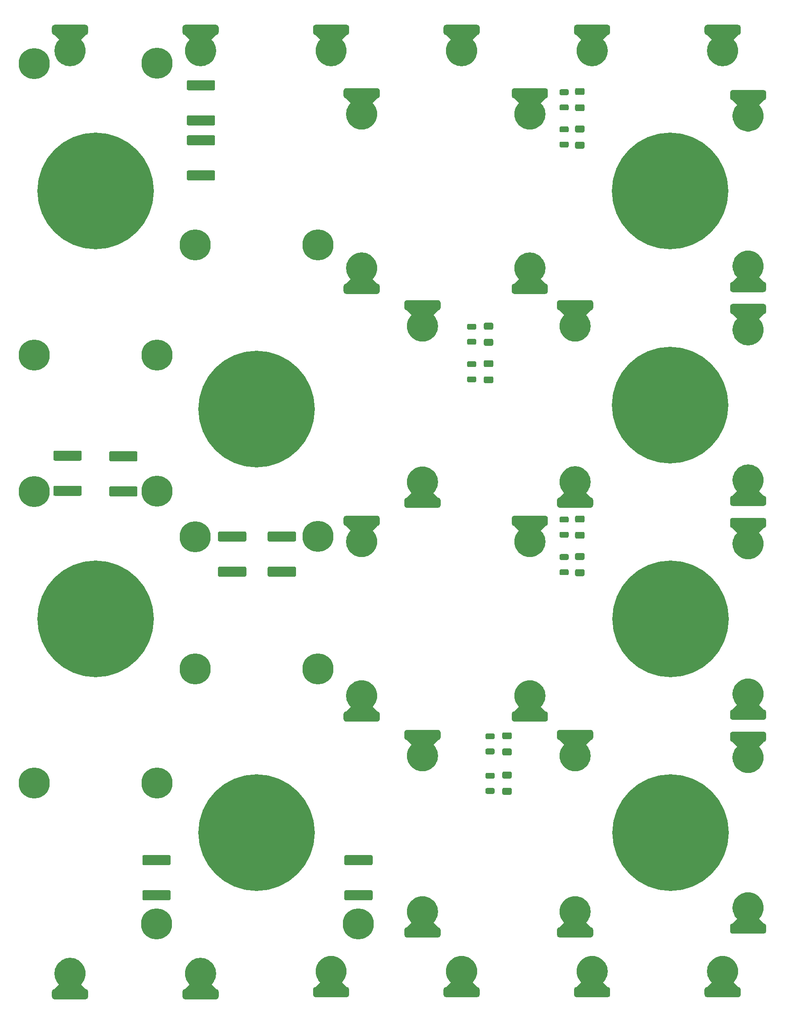
<source format=gbr>
%TF.GenerationSoftware,KiCad,Pcbnew,(5.1.9)-1*%
%TF.CreationDate,2021-11-07T02:37:45+01:00*%
%TF.ProjectId,SwitchBox,53776974-6368-4426-9f78-2e6b69636164,rev?*%
%TF.SameCoordinates,Original*%
%TF.FileFunction,Soldermask,Top*%
%TF.FilePolarity,Negative*%
%FSLAX46Y46*%
G04 Gerber Fmt 4.6, Leading zero omitted, Abs format (unit mm)*
G04 Created by KiCad (PCBNEW (5.1.9)-1) date 2021-11-07 02:37:45*
%MOMM*%
%LPD*%
G01*
G04 APERTURE LIST*
%ADD10C,6.000000*%
%ADD11C,22.500000*%
%ADD12C,0.100000*%
G04 APERTURE END LIST*
D10*
%TO.C,SW1*%
X60120000Y-96280000D03*
X60100000Y-40010000D03*
X36400000Y-40040000D03*
X36420000Y-96260000D03*
D11*
X48260000Y-64650000D03*
%TD*%
%TO.C,D4*%
X159250000Y-188420000D03*
%TD*%
%TO.C,D3*%
X159230000Y-147163332D03*
%TD*%
%TO.C,D2*%
X159190000Y-105906666D03*
%TD*%
%TO.C,D1*%
X159190000Y-64650000D03*
%TD*%
D12*
%TO.C,BLACK*%
G36*
X111790191Y-117802470D02*
G01*
X112078941Y-117859906D01*
X112360670Y-117945368D01*
X112632665Y-118058032D01*
X112892308Y-118196814D01*
X113137098Y-118360377D01*
X113364677Y-118547147D01*
X113572853Y-118755323D01*
X113759623Y-118982902D01*
X113923186Y-119227692D01*
X114061968Y-119487335D01*
X114174632Y-119759330D01*
X114260094Y-120041059D01*
X114317530Y-120329809D01*
X114346386Y-120622797D01*
X114346386Y-120917203D01*
X114317530Y-121210191D01*
X114260094Y-121498941D01*
X114174632Y-121780670D01*
X114061968Y-122052665D01*
X113923186Y-122312308D01*
X113759623Y-122557098D01*
X113572853Y-122784677D01*
X113468765Y-122888765D01*
X114350000Y-123770000D01*
X108350000Y-123770000D01*
X109231235Y-122888765D01*
X109127147Y-122784677D01*
X108940377Y-122557098D01*
X108776814Y-122312308D01*
X108638032Y-122052665D01*
X108525368Y-121780670D01*
X108439906Y-121498941D01*
X108382470Y-121210191D01*
X108353614Y-120917203D01*
X108353614Y-120622797D01*
X108382470Y-120329809D01*
X108439906Y-120041059D01*
X108525368Y-119759330D01*
X108638032Y-119487335D01*
X108776814Y-119227692D01*
X108940377Y-118982902D01*
X109127147Y-118755323D01*
X109335323Y-118547147D01*
X109562902Y-118360377D01*
X109807692Y-118196814D01*
X110067335Y-118058032D01*
X110339330Y-117945368D01*
X110621059Y-117859906D01*
X110909809Y-117802470D01*
X111202797Y-117773614D01*
X111497203Y-117773614D01*
X111790191Y-117802470D01*
G37*
G36*
G01*
X108350000Y-123770000D02*
X114350000Y-123770000D01*
G75*
G02*
X114850000Y-124270000I0J-500000D01*
G01*
X114850000Y-125270000D01*
G75*
G02*
X114350000Y-125770000I-500000J0D01*
G01*
X108350000Y-125770000D01*
G75*
G02*
X107850000Y-125270000I0J500000D01*
G01*
X107850000Y-124270000D01*
G75*
G02*
X108350000Y-123770000I500000J0D01*
G01*
G37*
%TD*%
%TO.C,BLACK*%
G36*
X99169809Y-135237530D02*
G01*
X98881059Y-135180094D01*
X98599330Y-135094632D01*
X98327335Y-134981968D01*
X98067692Y-134843186D01*
X97822902Y-134679623D01*
X97595323Y-134492853D01*
X97387147Y-134284677D01*
X97200377Y-134057098D01*
X97036814Y-133812308D01*
X96898032Y-133552665D01*
X96785368Y-133280670D01*
X96699906Y-132998941D01*
X96642470Y-132710191D01*
X96613614Y-132417203D01*
X96613614Y-132122797D01*
X96642470Y-131829809D01*
X96699906Y-131541059D01*
X96785368Y-131259330D01*
X96898032Y-130987335D01*
X97036814Y-130727692D01*
X97200377Y-130482902D01*
X97387147Y-130255323D01*
X97491235Y-130151235D01*
X96610000Y-129270000D01*
X102610000Y-129270000D01*
X101728765Y-130151235D01*
X101832853Y-130255323D01*
X102019623Y-130482902D01*
X102183186Y-130727692D01*
X102321968Y-130987335D01*
X102434632Y-131259330D01*
X102520094Y-131541059D01*
X102577530Y-131829809D01*
X102606386Y-132122797D01*
X102606386Y-132417203D01*
X102577530Y-132710191D01*
X102520094Y-132998941D01*
X102434632Y-133280670D01*
X102321968Y-133552665D01*
X102183186Y-133812308D01*
X102019623Y-134057098D01*
X101832853Y-134284677D01*
X101624677Y-134492853D01*
X101397098Y-134679623D01*
X101152308Y-134843186D01*
X100892665Y-134981968D01*
X100620670Y-135094632D01*
X100338941Y-135180094D01*
X100050191Y-135237530D01*
X99757203Y-135266386D01*
X99462797Y-135266386D01*
X99169809Y-135237530D01*
G37*
G36*
G01*
X102610000Y-129270000D02*
X96610000Y-129270000D01*
G75*
G02*
X96110000Y-128770000I0J500000D01*
G01*
X96110000Y-127770000D01*
G75*
G02*
X96610000Y-127270000I500000J0D01*
G01*
X102610000Y-127270000D01*
G75*
G02*
X103110000Y-127770000I0J-500000D01*
G01*
X103110000Y-128770000D01*
G75*
G02*
X102610000Y-129270000I-500000J0D01*
G01*
G37*
%TD*%
%TO.C,BLACK*%
G36*
G01*
X96610000Y-165010000D02*
X102610000Y-165010000D01*
G75*
G02*
X103110000Y-165510000I0J-500000D01*
G01*
X103110000Y-166510000D01*
G75*
G02*
X102610000Y-167010000I-500000J0D01*
G01*
X96610000Y-167010000D01*
G75*
G02*
X96110000Y-166510000I0J500000D01*
G01*
X96110000Y-165510000D01*
G75*
G02*
X96610000Y-165010000I500000J0D01*
G01*
G37*
G36*
X100050191Y-159042470D02*
G01*
X100338941Y-159099906D01*
X100620670Y-159185368D01*
X100892665Y-159298032D01*
X101152308Y-159436814D01*
X101397098Y-159600377D01*
X101624677Y-159787147D01*
X101832853Y-159995323D01*
X102019623Y-160222902D01*
X102183186Y-160467692D01*
X102321968Y-160727335D01*
X102434632Y-160999330D01*
X102520094Y-161281059D01*
X102577530Y-161569809D01*
X102606386Y-161862797D01*
X102606386Y-162157203D01*
X102577530Y-162450191D01*
X102520094Y-162738941D01*
X102434632Y-163020670D01*
X102321968Y-163292665D01*
X102183186Y-163552308D01*
X102019623Y-163797098D01*
X101832853Y-164024677D01*
X101728765Y-164128765D01*
X102610000Y-165010000D01*
X96610000Y-165010000D01*
X97491235Y-164128765D01*
X97387147Y-164024677D01*
X97200377Y-163797098D01*
X97036814Y-163552308D01*
X96898032Y-163292665D01*
X96785368Y-163020670D01*
X96699906Y-162738941D01*
X96642470Y-162450191D01*
X96613614Y-162157203D01*
X96613614Y-161862797D01*
X96642470Y-161569809D01*
X96699906Y-161281059D01*
X96785368Y-160999330D01*
X96898032Y-160727335D01*
X97036814Y-160467692D01*
X97200377Y-160222902D01*
X97387147Y-159995323D01*
X97595323Y-159787147D01*
X97822902Y-159600377D01*
X98067692Y-159436814D01*
X98327335Y-159298032D01*
X98599330Y-159185368D01*
X98881059Y-159099906D01*
X99169809Y-159042470D01*
X99462797Y-159013614D01*
X99757203Y-159013614D01*
X100050191Y-159042470D01*
G37*
%TD*%
%TO.C,BLACK*%
G36*
G01*
X108350000Y-206650000D02*
X114350000Y-206650000D01*
G75*
G02*
X114850000Y-207150000I0J-500000D01*
G01*
X114850000Y-208150000D01*
G75*
G02*
X114350000Y-208650000I-500000J0D01*
G01*
X108350000Y-208650000D01*
G75*
G02*
X107850000Y-208150000I0J500000D01*
G01*
X107850000Y-207150000D01*
G75*
G02*
X108350000Y-206650000I500000J0D01*
G01*
G37*
G36*
X111790191Y-200682470D02*
G01*
X112078941Y-200739906D01*
X112360670Y-200825368D01*
X112632665Y-200938032D01*
X112892308Y-201076814D01*
X113137098Y-201240377D01*
X113364677Y-201427147D01*
X113572853Y-201635323D01*
X113759623Y-201862902D01*
X113923186Y-202107692D01*
X114061968Y-202367335D01*
X114174632Y-202639330D01*
X114260094Y-202921059D01*
X114317530Y-203209809D01*
X114346386Y-203502797D01*
X114346386Y-203797203D01*
X114317530Y-204090191D01*
X114260094Y-204378941D01*
X114174632Y-204660670D01*
X114061968Y-204932665D01*
X113923186Y-205192308D01*
X113759623Y-205437098D01*
X113572853Y-205664677D01*
X113468765Y-205768765D01*
X114350000Y-206650000D01*
X108350000Y-206650000D01*
X109231235Y-205768765D01*
X109127147Y-205664677D01*
X108940377Y-205437098D01*
X108776814Y-205192308D01*
X108638032Y-204932665D01*
X108525368Y-204660670D01*
X108439906Y-204378941D01*
X108382470Y-204090191D01*
X108353614Y-203797203D01*
X108353614Y-203502797D01*
X108382470Y-203209809D01*
X108439906Y-202921059D01*
X108525368Y-202639330D01*
X108638032Y-202367335D01*
X108776814Y-202107692D01*
X108940377Y-201862902D01*
X109127147Y-201635323D01*
X109335323Y-201427147D01*
X109562902Y-201240377D01*
X109807692Y-201076814D01*
X110067335Y-200938032D01*
X110339330Y-200825368D01*
X110621059Y-200739906D01*
X110909809Y-200682470D01*
X111202797Y-200653614D01*
X111497203Y-200653614D01*
X111790191Y-200682470D01*
G37*
%TD*%
%TO.C,BLACK*%
G36*
G01*
X114350000Y-170570000D02*
X108350000Y-170570000D01*
G75*
G02*
X107850000Y-170070000I0J500000D01*
G01*
X107850000Y-169070000D01*
G75*
G02*
X108350000Y-168570000I500000J0D01*
G01*
X114350000Y-168570000D01*
G75*
G02*
X114850000Y-169070000I0J-500000D01*
G01*
X114850000Y-170070000D01*
G75*
G02*
X114350000Y-170570000I-500000J0D01*
G01*
G37*
G36*
X110909809Y-176537530D02*
G01*
X110621059Y-176480094D01*
X110339330Y-176394632D01*
X110067335Y-176281968D01*
X109807692Y-176143186D01*
X109562902Y-175979623D01*
X109335323Y-175792853D01*
X109127147Y-175584677D01*
X108940377Y-175357098D01*
X108776814Y-175112308D01*
X108638032Y-174852665D01*
X108525368Y-174580670D01*
X108439906Y-174298941D01*
X108382470Y-174010191D01*
X108353614Y-173717203D01*
X108353614Y-173422797D01*
X108382470Y-173129809D01*
X108439906Y-172841059D01*
X108525368Y-172559330D01*
X108638032Y-172287335D01*
X108776814Y-172027692D01*
X108940377Y-171782902D01*
X109127147Y-171555323D01*
X109231235Y-171451235D01*
X108350000Y-170570000D01*
X114350000Y-170570000D01*
X113468765Y-171451235D01*
X113572853Y-171555323D01*
X113759623Y-171782902D01*
X113923186Y-172027692D01*
X114061968Y-172287335D01*
X114174632Y-172559330D01*
X114260094Y-172841059D01*
X114317530Y-173129809D01*
X114346386Y-173422797D01*
X114346386Y-173717203D01*
X114317530Y-174010191D01*
X114260094Y-174298941D01*
X114174632Y-174580670D01*
X114061968Y-174852665D01*
X113923186Y-175112308D01*
X113759623Y-175357098D01*
X113572853Y-175584677D01*
X113364677Y-175792853D01*
X113137098Y-175979623D01*
X112892308Y-176143186D01*
X112632665Y-176281968D01*
X112360670Y-176394632D01*
X112078941Y-176480094D01*
X111790191Y-176537530D01*
X111497203Y-176566386D01*
X111202797Y-176566386D01*
X110909809Y-176537530D01*
G37*
%TD*%
%TO.C,BLACK*%
G36*
X110909809Y-93647530D02*
G01*
X110621059Y-93590094D01*
X110339330Y-93504632D01*
X110067335Y-93391968D01*
X109807692Y-93253186D01*
X109562902Y-93089623D01*
X109335323Y-92902853D01*
X109127147Y-92694677D01*
X108940377Y-92467098D01*
X108776814Y-92222308D01*
X108638032Y-91962665D01*
X108525368Y-91690670D01*
X108439906Y-91408941D01*
X108382470Y-91120191D01*
X108353614Y-90827203D01*
X108353614Y-90532797D01*
X108382470Y-90239809D01*
X108439906Y-89951059D01*
X108525368Y-89669330D01*
X108638032Y-89397335D01*
X108776814Y-89137692D01*
X108940377Y-88892902D01*
X109127147Y-88665323D01*
X109231235Y-88561235D01*
X108350000Y-87680000D01*
X114350000Y-87680000D01*
X113468765Y-88561235D01*
X113572853Y-88665323D01*
X113759623Y-88892902D01*
X113923186Y-89137692D01*
X114061968Y-89397335D01*
X114174632Y-89669330D01*
X114260094Y-89951059D01*
X114317530Y-90239809D01*
X114346386Y-90532797D01*
X114346386Y-90827203D01*
X114317530Y-91120191D01*
X114260094Y-91408941D01*
X114174632Y-91690670D01*
X114061968Y-91962665D01*
X113923186Y-92222308D01*
X113759623Y-92467098D01*
X113572853Y-92694677D01*
X113364677Y-92902853D01*
X113137098Y-93089623D01*
X112892308Y-93253186D01*
X112632665Y-93391968D01*
X112360670Y-93504632D01*
X112078941Y-93590094D01*
X111790191Y-93647530D01*
X111497203Y-93676386D01*
X111202797Y-93676386D01*
X110909809Y-93647530D01*
G37*
G36*
G01*
X114350000Y-87680000D02*
X108350000Y-87680000D01*
G75*
G02*
X107850000Y-87180000I0J500000D01*
G01*
X107850000Y-86180000D01*
G75*
G02*
X108350000Y-85680000I500000J0D01*
G01*
X114350000Y-85680000D01*
G75*
G02*
X114850000Y-86180000I0J-500000D01*
G01*
X114850000Y-87180000D01*
G75*
G02*
X114350000Y-87680000I-500000J0D01*
G01*
G37*
%TD*%
%TO.C,BLACK*%
G36*
X100050191Y-76532470D02*
G01*
X100338941Y-76589906D01*
X100620670Y-76675368D01*
X100892665Y-76788032D01*
X101152308Y-76926814D01*
X101397098Y-77090377D01*
X101624677Y-77277147D01*
X101832853Y-77485323D01*
X102019623Y-77712902D01*
X102183186Y-77957692D01*
X102321968Y-78217335D01*
X102434632Y-78489330D01*
X102520094Y-78771059D01*
X102577530Y-79059809D01*
X102606386Y-79352797D01*
X102606386Y-79647203D01*
X102577530Y-79940191D01*
X102520094Y-80228941D01*
X102434632Y-80510670D01*
X102321968Y-80782665D01*
X102183186Y-81042308D01*
X102019623Y-81287098D01*
X101832853Y-81514677D01*
X101728765Y-81618765D01*
X102610000Y-82500000D01*
X96610000Y-82500000D01*
X97491235Y-81618765D01*
X97387147Y-81514677D01*
X97200377Y-81287098D01*
X97036814Y-81042308D01*
X96898032Y-80782665D01*
X96785368Y-80510670D01*
X96699906Y-80228941D01*
X96642470Y-79940191D01*
X96613614Y-79647203D01*
X96613614Y-79352797D01*
X96642470Y-79059809D01*
X96699906Y-78771059D01*
X96785368Y-78489330D01*
X96898032Y-78217335D01*
X97036814Y-77957692D01*
X97200377Y-77712902D01*
X97387147Y-77485323D01*
X97595323Y-77277147D01*
X97822902Y-77090377D01*
X98067692Y-76926814D01*
X98327335Y-76788032D01*
X98599330Y-76675368D01*
X98881059Y-76589906D01*
X99169809Y-76532470D01*
X99462797Y-76503614D01*
X99757203Y-76503614D01*
X100050191Y-76532470D01*
G37*
G36*
G01*
X96610000Y-82500000D02*
X102610000Y-82500000D01*
G75*
G02*
X103110000Y-83000000I0J-500000D01*
G01*
X103110000Y-84000000D01*
G75*
G02*
X102610000Y-84500000I-500000J0D01*
G01*
X96610000Y-84500000D01*
G75*
G02*
X96110000Y-84000000I0J500000D01*
G01*
X96110000Y-83000000D01*
G75*
G02*
X96610000Y-82500000I500000J0D01*
G01*
G37*
%TD*%
%TO.C,BLACK*%
G36*
X140379809Y-93647530D02*
G01*
X140091059Y-93590094D01*
X139809330Y-93504632D01*
X139537335Y-93391968D01*
X139277692Y-93253186D01*
X139032902Y-93089623D01*
X138805323Y-92902853D01*
X138597147Y-92694677D01*
X138410377Y-92467098D01*
X138246814Y-92222308D01*
X138108032Y-91962665D01*
X137995368Y-91690670D01*
X137909906Y-91408941D01*
X137852470Y-91120191D01*
X137823614Y-90827203D01*
X137823614Y-90532797D01*
X137852470Y-90239809D01*
X137909906Y-89951059D01*
X137995368Y-89669330D01*
X138108032Y-89397335D01*
X138246814Y-89137692D01*
X138410377Y-88892902D01*
X138597147Y-88665323D01*
X138701235Y-88561235D01*
X137820000Y-87680000D01*
X143820000Y-87680000D01*
X142938765Y-88561235D01*
X143042853Y-88665323D01*
X143229623Y-88892902D01*
X143393186Y-89137692D01*
X143531968Y-89397335D01*
X143644632Y-89669330D01*
X143730094Y-89951059D01*
X143787530Y-90239809D01*
X143816386Y-90532797D01*
X143816386Y-90827203D01*
X143787530Y-91120191D01*
X143730094Y-91408941D01*
X143644632Y-91690670D01*
X143531968Y-91962665D01*
X143393186Y-92222308D01*
X143229623Y-92467098D01*
X143042853Y-92694677D01*
X142834677Y-92902853D01*
X142607098Y-93089623D01*
X142362308Y-93253186D01*
X142102665Y-93391968D01*
X141830670Y-93504632D01*
X141548941Y-93590094D01*
X141260191Y-93647530D01*
X140967203Y-93676386D01*
X140672797Y-93676386D01*
X140379809Y-93647530D01*
G37*
G36*
G01*
X143820000Y-87680000D02*
X137820000Y-87680000D01*
G75*
G02*
X137320000Y-87180000I0J500000D01*
G01*
X137320000Y-86180000D01*
G75*
G02*
X137820000Y-85680000I500000J0D01*
G01*
X143820000Y-85680000D01*
G75*
G02*
X144320000Y-86180000I0J-500000D01*
G01*
X144320000Y-87180000D01*
G75*
G02*
X143820000Y-87680000I-500000J0D01*
G01*
G37*
%TD*%
%TO.C,BLACK*%
G36*
X140379809Y-176537530D02*
G01*
X140091059Y-176480094D01*
X139809330Y-176394632D01*
X139537335Y-176281968D01*
X139277692Y-176143186D01*
X139032902Y-175979623D01*
X138805323Y-175792853D01*
X138597147Y-175584677D01*
X138410377Y-175357098D01*
X138246814Y-175112308D01*
X138108032Y-174852665D01*
X137995368Y-174580670D01*
X137909906Y-174298941D01*
X137852470Y-174010191D01*
X137823614Y-173717203D01*
X137823614Y-173422797D01*
X137852470Y-173129809D01*
X137909906Y-172841059D01*
X137995368Y-172559330D01*
X138108032Y-172287335D01*
X138246814Y-172027692D01*
X138410377Y-171782902D01*
X138597147Y-171555323D01*
X138701235Y-171451235D01*
X137820000Y-170570000D01*
X143820000Y-170570000D01*
X142938765Y-171451235D01*
X143042853Y-171555323D01*
X143229623Y-171782902D01*
X143393186Y-172027692D01*
X143531968Y-172287335D01*
X143644632Y-172559330D01*
X143730094Y-172841059D01*
X143787530Y-173129809D01*
X143816386Y-173422797D01*
X143816386Y-173717203D01*
X143787530Y-174010191D01*
X143730094Y-174298941D01*
X143644632Y-174580670D01*
X143531968Y-174852665D01*
X143393186Y-175112308D01*
X143229623Y-175357098D01*
X143042853Y-175584677D01*
X142834677Y-175792853D01*
X142607098Y-175979623D01*
X142362308Y-176143186D01*
X142102665Y-176281968D01*
X141830670Y-176394632D01*
X141548941Y-176480094D01*
X141260191Y-176537530D01*
X140967203Y-176566386D01*
X140672797Y-176566386D01*
X140379809Y-176537530D01*
G37*
G36*
G01*
X143820000Y-170570000D02*
X137820000Y-170570000D01*
G75*
G02*
X137320000Y-170070000I0J500000D01*
G01*
X137320000Y-169070000D01*
G75*
G02*
X137820000Y-168570000I500000J0D01*
G01*
X143820000Y-168570000D01*
G75*
G02*
X144320000Y-169070000I0J-500000D01*
G01*
X144320000Y-170070000D01*
G75*
G02*
X143820000Y-170570000I-500000J0D01*
G01*
G37*
%TD*%
%TO.C,BLACK*%
G36*
X132520191Y-159032470D02*
G01*
X132808941Y-159089906D01*
X133090670Y-159175368D01*
X133362665Y-159288032D01*
X133622308Y-159426814D01*
X133867098Y-159590377D01*
X134094677Y-159777147D01*
X134302853Y-159985323D01*
X134489623Y-160212902D01*
X134653186Y-160457692D01*
X134791968Y-160717335D01*
X134904632Y-160989330D01*
X134990094Y-161271059D01*
X135047530Y-161559809D01*
X135076386Y-161852797D01*
X135076386Y-162147203D01*
X135047530Y-162440191D01*
X134990094Y-162728941D01*
X134904632Y-163010670D01*
X134791968Y-163282665D01*
X134653186Y-163542308D01*
X134489623Y-163787098D01*
X134302853Y-164014677D01*
X134198765Y-164118765D01*
X135080000Y-165000000D01*
X129080000Y-165000000D01*
X129961235Y-164118765D01*
X129857147Y-164014677D01*
X129670377Y-163787098D01*
X129506814Y-163542308D01*
X129368032Y-163282665D01*
X129255368Y-163010670D01*
X129169906Y-162728941D01*
X129112470Y-162440191D01*
X129083614Y-162147203D01*
X129083614Y-161852797D01*
X129112470Y-161559809D01*
X129169906Y-161271059D01*
X129255368Y-160989330D01*
X129368032Y-160717335D01*
X129506814Y-160457692D01*
X129670377Y-160212902D01*
X129857147Y-159985323D01*
X130065323Y-159777147D01*
X130292902Y-159590377D01*
X130537692Y-159426814D01*
X130797335Y-159288032D01*
X131069330Y-159175368D01*
X131351059Y-159089906D01*
X131639809Y-159032470D01*
X131932797Y-159003614D01*
X132227203Y-159003614D01*
X132520191Y-159032470D01*
G37*
G36*
G01*
X129080000Y-165000000D02*
X135080000Y-165000000D01*
G75*
G02*
X135580000Y-165500000I0J-500000D01*
G01*
X135580000Y-166500000D01*
G75*
G02*
X135080000Y-167000000I-500000J0D01*
G01*
X129080000Y-167000000D01*
G75*
G02*
X128580000Y-166500000I0J500000D01*
G01*
X128580000Y-165500000D01*
G75*
G02*
X129080000Y-165000000I500000J0D01*
G01*
G37*
%TD*%
%TO.C,BLACK*%
G36*
G01*
X137820000Y-206640000D02*
X143820000Y-206640000D01*
G75*
G02*
X144320000Y-207140000I0J-500000D01*
G01*
X144320000Y-208140000D01*
G75*
G02*
X143820000Y-208640000I-500000J0D01*
G01*
X137820000Y-208640000D01*
G75*
G02*
X137320000Y-208140000I0J500000D01*
G01*
X137320000Y-207140000D01*
G75*
G02*
X137820000Y-206640000I500000J0D01*
G01*
G37*
G36*
X141260191Y-200672470D02*
G01*
X141548941Y-200729906D01*
X141830670Y-200815368D01*
X142102665Y-200928032D01*
X142362308Y-201066814D01*
X142607098Y-201230377D01*
X142834677Y-201417147D01*
X143042853Y-201625323D01*
X143229623Y-201852902D01*
X143393186Y-202097692D01*
X143531968Y-202357335D01*
X143644632Y-202629330D01*
X143730094Y-202911059D01*
X143787530Y-203199809D01*
X143816386Y-203492797D01*
X143816386Y-203787203D01*
X143787530Y-204080191D01*
X143730094Y-204368941D01*
X143644632Y-204650670D01*
X143531968Y-204922665D01*
X143393186Y-205182308D01*
X143229623Y-205427098D01*
X143042853Y-205654677D01*
X142938765Y-205758765D01*
X143820000Y-206640000D01*
X137820000Y-206640000D01*
X138701235Y-205758765D01*
X138597147Y-205654677D01*
X138410377Y-205427098D01*
X138246814Y-205182308D01*
X138108032Y-204922665D01*
X137995368Y-204650670D01*
X137909906Y-204368941D01*
X137852470Y-204080191D01*
X137823614Y-203787203D01*
X137823614Y-203492797D01*
X137852470Y-203199809D01*
X137909906Y-202911059D01*
X137995368Y-202629330D01*
X138108032Y-202357335D01*
X138246814Y-202097692D01*
X138410377Y-201852902D01*
X138597147Y-201625323D01*
X138805323Y-201417147D01*
X139032902Y-201230377D01*
X139277692Y-201066814D01*
X139537335Y-200928032D01*
X139809330Y-200815368D01*
X140091059Y-200729906D01*
X140379809Y-200672470D01*
X140672797Y-200643614D01*
X140967203Y-200643614D01*
X141260191Y-200672470D01*
G37*
%TD*%
%TO.C,BLACK*%
G36*
G01*
X129080000Y-82500000D02*
X135080000Y-82500000D01*
G75*
G02*
X135580000Y-83000000I0J-500000D01*
G01*
X135580000Y-84000000D01*
G75*
G02*
X135080000Y-84500000I-500000J0D01*
G01*
X129080000Y-84500000D01*
G75*
G02*
X128580000Y-84000000I0J500000D01*
G01*
X128580000Y-83000000D01*
G75*
G02*
X129080000Y-82500000I500000J0D01*
G01*
G37*
G36*
X132520191Y-76532470D02*
G01*
X132808941Y-76589906D01*
X133090670Y-76675368D01*
X133362665Y-76788032D01*
X133622308Y-76926814D01*
X133867098Y-77090377D01*
X134094677Y-77277147D01*
X134302853Y-77485323D01*
X134489623Y-77712902D01*
X134653186Y-77957692D01*
X134791968Y-78217335D01*
X134904632Y-78489330D01*
X134990094Y-78771059D01*
X135047530Y-79059809D01*
X135076386Y-79352797D01*
X135076386Y-79647203D01*
X135047530Y-79940191D01*
X134990094Y-80228941D01*
X134904632Y-80510670D01*
X134791968Y-80782665D01*
X134653186Y-81042308D01*
X134489623Y-81287098D01*
X134302853Y-81514677D01*
X134198765Y-81618765D01*
X135080000Y-82500000D01*
X129080000Y-82500000D01*
X129961235Y-81618765D01*
X129857147Y-81514677D01*
X129670377Y-81287098D01*
X129506814Y-81042308D01*
X129368032Y-80782665D01*
X129255368Y-80510670D01*
X129169906Y-80228941D01*
X129112470Y-79940191D01*
X129083614Y-79647203D01*
X129083614Y-79352797D01*
X129112470Y-79059809D01*
X129169906Y-78771059D01*
X129255368Y-78489330D01*
X129368032Y-78217335D01*
X129506814Y-77957692D01*
X129670377Y-77712902D01*
X129857147Y-77485323D01*
X130065323Y-77277147D01*
X130292902Y-77090377D01*
X130537692Y-76926814D01*
X130797335Y-76788032D01*
X131069330Y-76675368D01*
X131351059Y-76589906D01*
X131639809Y-76532470D01*
X131932797Y-76503614D01*
X132227203Y-76503614D01*
X132520191Y-76532470D01*
G37*
%TD*%
%TO.C,BLACK*%
G36*
G01*
X137820000Y-123740000D02*
X143820000Y-123740000D01*
G75*
G02*
X144320000Y-124240000I0J-500000D01*
G01*
X144320000Y-125240000D01*
G75*
G02*
X143820000Y-125740000I-500000J0D01*
G01*
X137820000Y-125740000D01*
G75*
G02*
X137320000Y-125240000I0J500000D01*
G01*
X137320000Y-124240000D01*
G75*
G02*
X137820000Y-123740000I500000J0D01*
G01*
G37*
G36*
X141260191Y-117772470D02*
G01*
X141548941Y-117829906D01*
X141830670Y-117915368D01*
X142102665Y-118028032D01*
X142362308Y-118166814D01*
X142607098Y-118330377D01*
X142834677Y-118517147D01*
X143042853Y-118725323D01*
X143229623Y-118952902D01*
X143393186Y-119197692D01*
X143531968Y-119457335D01*
X143644632Y-119729330D01*
X143730094Y-120011059D01*
X143787530Y-120299809D01*
X143816386Y-120592797D01*
X143816386Y-120887203D01*
X143787530Y-121180191D01*
X143730094Y-121468941D01*
X143644632Y-121750670D01*
X143531968Y-122022665D01*
X143393186Y-122282308D01*
X143229623Y-122527098D01*
X143042853Y-122754677D01*
X142938765Y-122858765D01*
X143820000Y-123740000D01*
X137820000Y-123740000D01*
X138701235Y-122858765D01*
X138597147Y-122754677D01*
X138410377Y-122527098D01*
X138246814Y-122282308D01*
X138108032Y-122022665D01*
X137995368Y-121750670D01*
X137909906Y-121468941D01*
X137852470Y-121180191D01*
X137823614Y-120887203D01*
X137823614Y-120592797D01*
X137852470Y-120299809D01*
X137909906Y-120011059D01*
X137995368Y-119729330D01*
X138108032Y-119457335D01*
X138246814Y-119197692D01*
X138410377Y-118952902D01*
X138597147Y-118725323D01*
X138805323Y-118517147D01*
X139032902Y-118330377D01*
X139277692Y-118166814D01*
X139537335Y-118028032D01*
X139809330Y-117915368D01*
X140091059Y-117829906D01*
X140379809Y-117772470D01*
X140672797Y-117743614D01*
X140967203Y-117743614D01*
X141260191Y-117772470D01*
G37*
%TD*%
%TO.C,BLACK*%
G36*
G01*
X135080000Y-129270000D02*
X129080000Y-129270000D01*
G75*
G02*
X128580000Y-128770000I0J500000D01*
G01*
X128580000Y-127770000D01*
G75*
G02*
X129080000Y-127270000I500000J0D01*
G01*
X135080000Y-127270000D01*
G75*
G02*
X135580000Y-127770000I0J-500000D01*
G01*
X135580000Y-128770000D01*
G75*
G02*
X135080000Y-129270000I-500000J0D01*
G01*
G37*
G36*
X131639809Y-135237530D02*
G01*
X131351059Y-135180094D01*
X131069330Y-135094632D01*
X130797335Y-134981968D01*
X130537692Y-134843186D01*
X130292902Y-134679623D01*
X130065323Y-134492853D01*
X129857147Y-134284677D01*
X129670377Y-134057098D01*
X129506814Y-133812308D01*
X129368032Y-133552665D01*
X129255368Y-133280670D01*
X129169906Y-132998941D01*
X129112470Y-132710191D01*
X129083614Y-132417203D01*
X129083614Y-132122797D01*
X129112470Y-131829809D01*
X129169906Y-131541059D01*
X129255368Y-131259330D01*
X129368032Y-130987335D01*
X129506814Y-130727692D01*
X129670377Y-130482902D01*
X129857147Y-130255323D01*
X129961235Y-130151235D01*
X129080000Y-129270000D01*
X135080000Y-129270000D01*
X134198765Y-130151235D01*
X134302853Y-130255323D01*
X134489623Y-130482902D01*
X134653186Y-130727692D01*
X134791968Y-130987335D01*
X134904632Y-131259330D01*
X134990094Y-131541059D01*
X135047530Y-131829809D01*
X135076386Y-132122797D01*
X135076386Y-132417203D01*
X135047530Y-132710191D01*
X134990094Y-132998941D01*
X134904632Y-133280670D01*
X134791968Y-133552665D01*
X134653186Y-133812308D01*
X134489623Y-134057098D01*
X134302853Y-134284677D01*
X134094677Y-134492853D01*
X133867098Y-134679623D01*
X133622308Y-134843186D01*
X133362665Y-134981968D01*
X133090670Y-135094632D01*
X132808941Y-135180094D01*
X132520191Y-135237530D01*
X132227203Y-135266386D01*
X131932797Y-135266386D01*
X131639809Y-135237530D01*
G37*
%TD*%
%TO.C,BLACK*%
G36*
G01*
X40310000Y-218570000D02*
X46310000Y-218570000D01*
G75*
G02*
X46810000Y-219070000I0J-500000D01*
G01*
X46810000Y-220070000D01*
G75*
G02*
X46310000Y-220570000I-500000J0D01*
G01*
X40310000Y-220570000D01*
G75*
G02*
X39810000Y-220070000I0J500000D01*
G01*
X39810000Y-219070000D01*
G75*
G02*
X40310000Y-218570000I500000J0D01*
G01*
G37*
G36*
X43750191Y-212602470D02*
G01*
X44038941Y-212659906D01*
X44320670Y-212745368D01*
X44592665Y-212858032D01*
X44852308Y-212996814D01*
X45097098Y-213160377D01*
X45324677Y-213347147D01*
X45532853Y-213555323D01*
X45719623Y-213782902D01*
X45883186Y-214027692D01*
X46021968Y-214287335D01*
X46134632Y-214559330D01*
X46220094Y-214841059D01*
X46277530Y-215129809D01*
X46306386Y-215422797D01*
X46306386Y-215717203D01*
X46277530Y-216010191D01*
X46220094Y-216298941D01*
X46134632Y-216580670D01*
X46021968Y-216852665D01*
X45883186Y-217112308D01*
X45719623Y-217357098D01*
X45532853Y-217584677D01*
X45428765Y-217688765D01*
X46310000Y-218570000D01*
X40310000Y-218570000D01*
X41191235Y-217688765D01*
X41087147Y-217584677D01*
X40900377Y-217357098D01*
X40736814Y-217112308D01*
X40598032Y-216852665D01*
X40485368Y-216580670D01*
X40399906Y-216298941D01*
X40342470Y-216010191D01*
X40313614Y-215717203D01*
X40313614Y-215422797D01*
X40342470Y-215129809D01*
X40399906Y-214841059D01*
X40485368Y-214559330D01*
X40598032Y-214287335D01*
X40736814Y-214027692D01*
X40900377Y-213782902D01*
X41087147Y-213555323D01*
X41295323Y-213347147D01*
X41522902Y-213160377D01*
X41767692Y-212996814D01*
X42027335Y-212858032D01*
X42299330Y-212745368D01*
X42581059Y-212659906D01*
X42869809Y-212602470D01*
X43162797Y-212573614D01*
X43457203Y-212573614D01*
X43750191Y-212602470D01*
G37*
%TD*%
%TO.C,RED*%
G36*
X42869809Y-40537530D02*
G01*
X42581059Y-40480094D01*
X42299330Y-40394632D01*
X42027335Y-40281968D01*
X41767692Y-40143186D01*
X41522902Y-39979623D01*
X41295323Y-39792853D01*
X41087147Y-39584677D01*
X40900377Y-39357098D01*
X40736814Y-39112308D01*
X40598032Y-38852665D01*
X40485368Y-38580670D01*
X40399906Y-38298941D01*
X40342470Y-38010191D01*
X40313614Y-37717203D01*
X40313614Y-37422797D01*
X40342470Y-37129809D01*
X40399906Y-36841059D01*
X40485368Y-36559330D01*
X40598032Y-36287335D01*
X40736814Y-36027692D01*
X40900377Y-35782902D01*
X41087147Y-35555323D01*
X41191235Y-35451235D01*
X40310000Y-34570000D01*
X46310000Y-34570000D01*
X45428765Y-35451235D01*
X45532853Y-35555323D01*
X45719623Y-35782902D01*
X45883186Y-36027692D01*
X46021968Y-36287335D01*
X46134632Y-36559330D01*
X46220094Y-36841059D01*
X46277530Y-37129809D01*
X46306386Y-37422797D01*
X46306386Y-37717203D01*
X46277530Y-38010191D01*
X46220094Y-38298941D01*
X46134632Y-38580670D01*
X46021968Y-38852665D01*
X45883186Y-39112308D01*
X45719623Y-39357098D01*
X45532853Y-39584677D01*
X45324677Y-39792853D01*
X45097098Y-39979623D01*
X44852308Y-40143186D01*
X44592665Y-40281968D01*
X44320670Y-40394632D01*
X44038941Y-40480094D01*
X43750191Y-40537530D01*
X43457203Y-40566386D01*
X43162797Y-40566386D01*
X42869809Y-40537530D01*
G37*
G36*
G01*
X46310000Y-34570000D02*
X40310000Y-34570000D01*
G75*
G02*
X39810000Y-34070000I0J500000D01*
G01*
X39810000Y-33070000D01*
G75*
G02*
X40310000Y-32570000I500000J0D01*
G01*
X46310000Y-32570000D01*
G75*
G02*
X46810000Y-33070000I0J-500000D01*
G01*
X46810000Y-34070000D01*
G75*
G02*
X46310000Y-34570000I-500000J0D01*
G01*
G37*
%TD*%
%TO.C,BLACK*%
G36*
X68948191Y-212602470D02*
G01*
X69236941Y-212659906D01*
X69518670Y-212745368D01*
X69790665Y-212858032D01*
X70050308Y-212996814D01*
X70295098Y-213160377D01*
X70522677Y-213347147D01*
X70730853Y-213555323D01*
X70917623Y-213782902D01*
X71081186Y-214027692D01*
X71219968Y-214287335D01*
X71332632Y-214559330D01*
X71418094Y-214841059D01*
X71475530Y-215129809D01*
X71504386Y-215422797D01*
X71504386Y-215717203D01*
X71475530Y-216010191D01*
X71418094Y-216298941D01*
X71332632Y-216580670D01*
X71219968Y-216852665D01*
X71081186Y-217112308D01*
X70917623Y-217357098D01*
X70730853Y-217584677D01*
X70626765Y-217688765D01*
X71508000Y-218570000D01*
X65508000Y-218570000D01*
X66389235Y-217688765D01*
X66285147Y-217584677D01*
X66098377Y-217357098D01*
X65934814Y-217112308D01*
X65796032Y-216852665D01*
X65683368Y-216580670D01*
X65597906Y-216298941D01*
X65540470Y-216010191D01*
X65511614Y-215717203D01*
X65511614Y-215422797D01*
X65540470Y-215129809D01*
X65597906Y-214841059D01*
X65683368Y-214559330D01*
X65796032Y-214287335D01*
X65934814Y-214027692D01*
X66098377Y-213782902D01*
X66285147Y-213555323D01*
X66493323Y-213347147D01*
X66720902Y-213160377D01*
X66965692Y-212996814D01*
X67225335Y-212858032D01*
X67497330Y-212745368D01*
X67779059Y-212659906D01*
X68067809Y-212602470D01*
X68360797Y-212573614D01*
X68655203Y-212573614D01*
X68948191Y-212602470D01*
G37*
G36*
G01*
X65508000Y-218570000D02*
X71508000Y-218570000D01*
G75*
G02*
X72008000Y-219070000I0J-500000D01*
G01*
X72008000Y-220070000D01*
G75*
G02*
X71508000Y-220570000I-500000J0D01*
G01*
X65508000Y-220570000D01*
G75*
G02*
X65008000Y-220070000I0J500000D01*
G01*
X65008000Y-219070000D01*
G75*
G02*
X65508000Y-218570000I500000J0D01*
G01*
G37*
%TD*%
%TO.C,RED*%
G36*
G01*
X71508000Y-34570000D02*
X65508000Y-34570000D01*
G75*
G02*
X65008000Y-34070000I0J500000D01*
G01*
X65008000Y-33070000D01*
G75*
G02*
X65508000Y-32570000I500000J0D01*
G01*
X71508000Y-32570000D01*
G75*
G02*
X72008000Y-33070000I0J-500000D01*
G01*
X72008000Y-34070000D01*
G75*
G02*
X71508000Y-34570000I-500000J0D01*
G01*
G37*
G36*
X68067809Y-40537530D02*
G01*
X67779059Y-40480094D01*
X67497330Y-40394632D01*
X67225335Y-40281968D01*
X66965692Y-40143186D01*
X66720902Y-39979623D01*
X66493323Y-39792853D01*
X66285147Y-39584677D01*
X66098377Y-39357098D01*
X65934814Y-39112308D01*
X65796032Y-38852665D01*
X65683368Y-38580670D01*
X65597906Y-38298941D01*
X65540470Y-38010191D01*
X65511614Y-37717203D01*
X65511614Y-37422797D01*
X65540470Y-37129809D01*
X65597906Y-36841059D01*
X65683368Y-36559330D01*
X65796032Y-36287335D01*
X65934814Y-36027692D01*
X66098377Y-35782902D01*
X66285147Y-35555323D01*
X66389235Y-35451235D01*
X65508000Y-34570000D01*
X71508000Y-34570000D01*
X70626765Y-35451235D01*
X70730853Y-35555323D01*
X70917623Y-35782902D01*
X71081186Y-36027692D01*
X71219968Y-36287335D01*
X71332632Y-36559330D01*
X71418094Y-36841059D01*
X71475530Y-37129809D01*
X71504386Y-37422797D01*
X71504386Y-37717203D01*
X71475530Y-38010191D01*
X71418094Y-38298941D01*
X71332632Y-38580670D01*
X71219968Y-38852665D01*
X71081186Y-39112308D01*
X70917623Y-39357098D01*
X70730853Y-39584677D01*
X70522677Y-39792853D01*
X70295098Y-39979623D01*
X70050308Y-40143186D01*
X69790665Y-40281968D01*
X69518670Y-40394632D01*
X69236941Y-40480094D01*
X68948191Y-40537530D01*
X68655203Y-40566386D01*
X68360797Y-40566386D01*
X68067809Y-40537530D01*
G37*
%TD*%
%TO.C,BLACK*%
G36*
G01*
X90706000Y-218170000D02*
X96706000Y-218170000D01*
G75*
G02*
X97206000Y-218670000I0J-500000D01*
G01*
X97206000Y-219670000D01*
G75*
G02*
X96706000Y-220170000I-500000J0D01*
G01*
X90706000Y-220170000D01*
G75*
G02*
X90206000Y-219670000I0J500000D01*
G01*
X90206000Y-218670000D01*
G75*
G02*
X90706000Y-218170000I500000J0D01*
G01*
G37*
G36*
X94146191Y-212202470D02*
G01*
X94434941Y-212259906D01*
X94716670Y-212345368D01*
X94988665Y-212458032D01*
X95248308Y-212596814D01*
X95493098Y-212760377D01*
X95720677Y-212947147D01*
X95928853Y-213155323D01*
X96115623Y-213382902D01*
X96279186Y-213627692D01*
X96417968Y-213887335D01*
X96530632Y-214159330D01*
X96616094Y-214441059D01*
X96673530Y-214729809D01*
X96702386Y-215022797D01*
X96702386Y-215317203D01*
X96673530Y-215610191D01*
X96616094Y-215898941D01*
X96530632Y-216180670D01*
X96417968Y-216452665D01*
X96279186Y-216712308D01*
X96115623Y-216957098D01*
X95928853Y-217184677D01*
X95824765Y-217288765D01*
X96706000Y-218170000D01*
X90706000Y-218170000D01*
X91587235Y-217288765D01*
X91483147Y-217184677D01*
X91296377Y-216957098D01*
X91132814Y-216712308D01*
X90994032Y-216452665D01*
X90881368Y-216180670D01*
X90795906Y-215898941D01*
X90738470Y-215610191D01*
X90709614Y-215317203D01*
X90709614Y-215022797D01*
X90738470Y-214729809D01*
X90795906Y-214441059D01*
X90881368Y-214159330D01*
X90994032Y-213887335D01*
X91132814Y-213627692D01*
X91296377Y-213382902D01*
X91483147Y-213155323D01*
X91691323Y-212947147D01*
X91918902Y-212760377D01*
X92163692Y-212596814D01*
X92423335Y-212458032D01*
X92695330Y-212345368D01*
X92977059Y-212259906D01*
X93265809Y-212202470D01*
X93558797Y-212173614D01*
X93853203Y-212173614D01*
X94146191Y-212202470D01*
G37*
%TD*%
%TO.C,RED*%
G36*
X93265809Y-40537530D02*
G01*
X92977059Y-40480094D01*
X92695330Y-40394632D01*
X92423335Y-40281968D01*
X92163692Y-40143186D01*
X91918902Y-39979623D01*
X91691323Y-39792853D01*
X91483147Y-39584677D01*
X91296377Y-39357098D01*
X91132814Y-39112308D01*
X90994032Y-38852665D01*
X90881368Y-38580670D01*
X90795906Y-38298941D01*
X90738470Y-38010191D01*
X90709614Y-37717203D01*
X90709614Y-37422797D01*
X90738470Y-37129809D01*
X90795906Y-36841059D01*
X90881368Y-36559330D01*
X90994032Y-36287335D01*
X91132814Y-36027692D01*
X91296377Y-35782902D01*
X91483147Y-35555323D01*
X91587235Y-35451235D01*
X90706000Y-34570000D01*
X96706000Y-34570000D01*
X95824765Y-35451235D01*
X95928853Y-35555323D01*
X96115623Y-35782902D01*
X96279186Y-36027692D01*
X96417968Y-36287335D01*
X96530632Y-36559330D01*
X96616094Y-36841059D01*
X96673530Y-37129809D01*
X96702386Y-37422797D01*
X96702386Y-37717203D01*
X96673530Y-38010191D01*
X96616094Y-38298941D01*
X96530632Y-38580670D01*
X96417968Y-38852665D01*
X96279186Y-39112308D01*
X96115623Y-39357098D01*
X95928853Y-39584677D01*
X95720677Y-39792853D01*
X95493098Y-39979623D01*
X95248308Y-40143186D01*
X94988665Y-40281968D01*
X94716670Y-40394632D01*
X94434941Y-40480094D01*
X94146191Y-40537530D01*
X93853203Y-40566386D01*
X93558797Y-40566386D01*
X93265809Y-40537530D01*
G37*
G36*
G01*
X96706000Y-34570000D02*
X90706000Y-34570000D01*
G75*
G02*
X90206000Y-34070000I0J500000D01*
G01*
X90206000Y-33070000D01*
G75*
G02*
X90706000Y-32570000I500000J0D01*
G01*
X96706000Y-32570000D01*
G75*
G02*
X97206000Y-33070000I0J-500000D01*
G01*
X97206000Y-34070000D01*
G75*
G02*
X96706000Y-34570000I-500000J0D01*
G01*
G37*
%TD*%
%TO.C,BLACK*%
G36*
X119344191Y-212202470D02*
G01*
X119632941Y-212259906D01*
X119914670Y-212345368D01*
X120186665Y-212458032D01*
X120446308Y-212596814D01*
X120691098Y-212760377D01*
X120918677Y-212947147D01*
X121126853Y-213155323D01*
X121313623Y-213382902D01*
X121477186Y-213627692D01*
X121615968Y-213887335D01*
X121728632Y-214159330D01*
X121814094Y-214441059D01*
X121871530Y-214729809D01*
X121900386Y-215022797D01*
X121900386Y-215317203D01*
X121871530Y-215610191D01*
X121814094Y-215898941D01*
X121728632Y-216180670D01*
X121615968Y-216452665D01*
X121477186Y-216712308D01*
X121313623Y-216957098D01*
X121126853Y-217184677D01*
X121022765Y-217288765D01*
X121904000Y-218170000D01*
X115904000Y-218170000D01*
X116785235Y-217288765D01*
X116681147Y-217184677D01*
X116494377Y-216957098D01*
X116330814Y-216712308D01*
X116192032Y-216452665D01*
X116079368Y-216180670D01*
X115993906Y-215898941D01*
X115936470Y-215610191D01*
X115907614Y-215317203D01*
X115907614Y-215022797D01*
X115936470Y-214729809D01*
X115993906Y-214441059D01*
X116079368Y-214159330D01*
X116192032Y-213887335D01*
X116330814Y-213627692D01*
X116494377Y-213382902D01*
X116681147Y-213155323D01*
X116889323Y-212947147D01*
X117116902Y-212760377D01*
X117361692Y-212596814D01*
X117621335Y-212458032D01*
X117893330Y-212345368D01*
X118175059Y-212259906D01*
X118463809Y-212202470D01*
X118756797Y-212173614D01*
X119051203Y-212173614D01*
X119344191Y-212202470D01*
G37*
G36*
G01*
X115904000Y-218170000D02*
X121904000Y-218170000D01*
G75*
G02*
X122404000Y-218670000I0J-500000D01*
G01*
X122404000Y-219670000D01*
G75*
G02*
X121904000Y-220170000I-500000J0D01*
G01*
X115904000Y-220170000D01*
G75*
G02*
X115404000Y-219670000I0J500000D01*
G01*
X115404000Y-218670000D01*
G75*
G02*
X115904000Y-218170000I500000J0D01*
G01*
G37*
%TD*%
%TO.C,RED*%
G36*
G01*
X121904000Y-34570000D02*
X115904000Y-34570000D01*
G75*
G02*
X115404000Y-34070000I0J500000D01*
G01*
X115404000Y-33070000D01*
G75*
G02*
X115904000Y-32570000I500000J0D01*
G01*
X121904000Y-32570000D01*
G75*
G02*
X122404000Y-33070000I0J-500000D01*
G01*
X122404000Y-34070000D01*
G75*
G02*
X121904000Y-34570000I-500000J0D01*
G01*
G37*
G36*
X118463809Y-40537530D02*
G01*
X118175059Y-40480094D01*
X117893330Y-40394632D01*
X117621335Y-40281968D01*
X117361692Y-40143186D01*
X117116902Y-39979623D01*
X116889323Y-39792853D01*
X116681147Y-39584677D01*
X116494377Y-39357098D01*
X116330814Y-39112308D01*
X116192032Y-38852665D01*
X116079368Y-38580670D01*
X115993906Y-38298941D01*
X115936470Y-38010191D01*
X115907614Y-37717203D01*
X115907614Y-37422797D01*
X115936470Y-37129809D01*
X115993906Y-36841059D01*
X116079368Y-36559330D01*
X116192032Y-36287335D01*
X116330814Y-36027692D01*
X116494377Y-35782902D01*
X116681147Y-35555323D01*
X116785235Y-35451235D01*
X115904000Y-34570000D01*
X121904000Y-34570000D01*
X121022765Y-35451235D01*
X121126853Y-35555323D01*
X121313623Y-35782902D01*
X121477186Y-36027692D01*
X121615968Y-36287335D01*
X121728632Y-36559330D01*
X121814094Y-36841059D01*
X121871530Y-37129809D01*
X121900386Y-37422797D01*
X121900386Y-37717203D01*
X121871530Y-38010191D01*
X121814094Y-38298941D01*
X121728632Y-38580670D01*
X121615968Y-38852665D01*
X121477186Y-39112308D01*
X121313623Y-39357098D01*
X121126853Y-39584677D01*
X120918677Y-39792853D01*
X120691098Y-39979623D01*
X120446308Y-40143186D01*
X120186665Y-40281968D01*
X119914670Y-40394632D01*
X119632941Y-40480094D01*
X119344191Y-40537530D01*
X119051203Y-40566386D01*
X118756797Y-40566386D01*
X118463809Y-40537530D01*
G37*
%TD*%
%TO.C,BLACK*%
G36*
G01*
X141102000Y-218170000D02*
X147102000Y-218170000D01*
G75*
G02*
X147602000Y-218670000I0J-500000D01*
G01*
X147602000Y-219670000D01*
G75*
G02*
X147102000Y-220170000I-500000J0D01*
G01*
X141102000Y-220170000D01*
G75*
G02*
X140602000Y-219670000I0J500000D01*
G01*
X140602000Y-218670000D01*
G75*
G02*
X141102000Y-218170000I500000J0D01*
G01*
G37*
G36*
X144542191Y-212202470D02*
G01*
X144830941Y-212259906D01*
X145112670Y-212345368D01*
X145384665Y-212458032D01*
X145644308Y-212596814D01*
X145889098Y-212760377D01*
X146116677Y-212947147D01*
X146324853Y-213155323D01*
X146511623Y-213382902D01*
X146675186Y-213627692D01*
X146813968Y-213887335D01*
X146926632Y-214159330D01*
X147012094Y-214441059D01*
X147069530Y-214729809D01*
X147098386Y-215022797D01*
X147098386Y-215317203D01*
X147069530Y-215610191D01*
X147012094Y-215898941D01*
X146926632Y-216180670D01*
X146813968Y-216452665D01*
X146675186Y-216712308D01*
X146511623Y-216957098D01*
X146324853Y-217184677D01*
X146220765Y-217288765D01*
X147102000Y-218170000D01*
X141102000Y-218170000D01*
X141983235Y-217288765D01*
X141879147Y-217184677D01*
X141692377Y-216957098D01*
X141528814Y-216712308D01*
X141390032Y-216452665D01*
X141277368Y-216180670D01*
X141191906Y-215898941D01*
X141134470Y-215610191D01*
X141105614Y-215317203D01*
X141105614Y-215022797D01*
X141134470Y-214729809D01*
X141191906Y-214441059D01*
X141277368Y-214159330D01*
X141390032Y-213887335D01*
X141528814Y-213627692D01*
X141692377Y-213382902D01*
X141879147Y-213155323D01*
X142087323Y-212947147D01*
X142314902Y-212760377D01*
X142559692Y-212596814D01*
X142819335Y-212458032D01*
X143091330Y-212345368D01*
X143373059Y-212259906D01*
X143661809Y-212202470D01*
X143954797Y-212173614D01*
X144249203Y-212173614D01*
X144542191Y-212202470D01*
G37*
%TD*%
%TO.C,RED*%
G36*
X143661809Y-40537530D02*
G01*
X143373059Y-40480094D01*
X143091330Y-40394632D01*
X142819335Y-40281968D01*
X142559692Y-40143186D01*
X142314902Y-39979623D01*
X142087323Y-39792853D01*
X141879147Y-39584677D01*
X141692377Y-39357098D01*
X141528814Y-39112308D01*
X141390032Y-38852665D01*
X141277368Y-38580670D01*
X141191906Y-38298941D01*
X141134470Y-38010191D01*
X141105614Y-37717203D01*
X141105614Y-37422797D01*
X141134470Y-37129809D01*
X141191906Y-36841059D01*
X141277368Y-36559330D01*
X141390032Y-36287335D01*
X141528814Y-36027692D01*
X141692377Y-35782902D01*
X141879147Y-35555323D01*
X141983235Y-35451235D01*
X141102000Y-34570000D01*
X147102000Y-34570000D01*
X146220765Y-35451235D01*
X146324853Y-35555323D01*
X146511623Y-35782902D01*
X146675186Y-36027692D01*
X146813968Y-36287335D01*
X146926632Y-36559330D01*
X147012094Y-36841059D01*
X147069530Y-37129809D01*
X147098386Y-37422797D01*
X147098386Y-37717203D01*
X147069530Y-38010191D01*
X147012094Y-38298941D01*
X146926632Y-38580670D01*
X146813968Y-38852665D01*
X146675186Y-39112308D01*
X146511623Y-39357098D01*
X146324853Y-39584677D01*
X146116677Y-39792853D01*
X145889098Y-39979623D01*
X145644308Y-40143186D01*
X145384665Y-40281968D01*
X145112670Y-40394632D01*
X144830941Y-40480094D01*
X144542191Y-40537530D01*
X144249203Y-40566386D01*
X143954797Y-40566386D01*
X143661809Y-40537530D01*
G37*
G36*
G01*
X147102000Y-34570000D02*
X141102000Y-34570000D01*
G75*
G02*
X140602000Y-34070000I0J500000D01*
G01*
X140602000Y-33070000D01*
G75*
G02*
X141102000Y-32570000I500000J0D01*
G01*
X147102000Y-32570000D01*
G75*
G02*
X147602000Y-33070000I0J-500000D01*
G01*
X147602000Y-34070000D01*
G75*
G02*
X147102000Y-34570000I-500000J0D01*
G01*
G37*
%TD*%
%TO.C,BLACK*%
G36*
X169740191Y-212202470D02*
G01*
X170028941Y-212259906D01*
X170310670Y-212345368D01*
X170582665Y-212458032D01*
X170842308Y-212596814D01*
X171087098Y-212760377D01*
X171314677Y-212947147D01*
X171522853Y-213155323D01*
X171709623Y-213382902D01*
X171873186Y-213627692D01*
X172011968Y-213887335D01*
X172124632Y-214159330D01*
X172210094Y-214441059D01*
X172267530Y-214729809D01*
X172296386Y-215022797D01*
X172296386Y-215317203D01*
X172267530Y-215610191D01*
X172210094Y-215898941D01*
X172124632Y-216180670D01*
X172011968Y-216452665D01*
X171873186Y-216712308D01*
X171709623Y-216957098D01*
X171522853Y-217184677D01*
X171418765Y-217288765D01*
X172300000Y-218170000D01*
X166300000Y-218170000D01*
X167181235Y-217288765D01*
X167077147Y-217184677D01*
X166890377Y-216957098D01*
X166726814Y-216712308D01*
X166588032Y-216452665D01*
X166475368Y-216180670D01*
X166389906Y-215898941D01*
X166332470Y-215610191D01*
X166303614Y-215317203D01*
X166303614Y-215022797D01*
X166332470Y-214729809D01*
X166389906Y-214441059D01*
X166475368Y-214159330D01*
X166588032Y-213887335D01*
X166726814Y-213627692D01*
X166890377Y-213382902D01*
X167077147Y-213155323D01*
X167285323Y-212947147D01*
X167512902Y-212760377D01*
X167757692Y-212596814D01*
X168017335Y-212458032D01*
X168289330Y-212345368D01*
X168571059Y-212259906D01*
X168859809Y-212202470D01*
X169152797Y-212173614D01*
X169447203Y-212173614D01*
X169740191Y-212202470D01*
G37*
G36*
G01*
X166300000Y-218170000D02*
X172300000Y-218170000D01*
G75*
G02*
X172800000Y-218670000I0J-500000D01*
G01*
X172800000Y-219670000D01*
G75*
G02*
X172300000Y-220170000I-500000J0D01*
G01*
X166300000Y-220170000D01*
G75*
G02*
X165800000Y-219670000I0J500000D01*
G01*
X165800000Y-218670000D01*
G75*
G02*
X166300000Y-218170000I500000J0D01*
G01*
G37*
%TD*%
%TO.C,RED*%
G36*
G01*
X172300000Y-34570000D02*
X166300000Y-34570000D01*
G75*
G02*
X165800000Y-34070000I0J500000D01*
G01*
X165800000Y-33070000D01*
G75*
G02*
X166300000Y-32570000I500000J0D01*
G01*
X172300000Y-32570000D01*
G75*
G02*
X172800000Y-33070000I0J-500000D01*
G01*
X172800000Y-34070000D01*
G75*
G02*
X172300000Y-34570000I-500000J0D01*
G01*
G37*
G36*
X168859809Y-40537530D02*
G01*
X168571059Y-40480094D01*
X168289330Y-40394632D01*
X168017335Y-40281968D01*
X167757692Y-40143186D01*
X167512902Y-39979623D01*
X167285323Y-39792853D01*
X167077147Y-39584677D01*
X166890377Y-39357098D01*
X166726814Y-39112308D01*
X166588032Y-38852665D01*
X166475368Y-38580670D01*
X166389906Y-38298941D01*
X166332470Y-38010191D01*
X166303614Y-37717203D01*
X166303614Y-37422797D01*
X166332470Y-37129809D01*
X166389906Y-36841059D01*
X166475368Y-36559330D01*
X166588032Y-36287335D01*
X166726814Y-36027692D01*
X166890377Y-35782902D01*
X167077147Y-35555323D01*
X167181235Y-35451235D01*
X166300000Y-34570000D01*
X172300000Y-34570000D01*
X171418765Y-35451235D01*
X171522853Y-35555323D01*
X171709623Y-35782902D01*
X171873186Y-36027692D01*
X172011968Y-36287335D01*
X172124632Y-36559330D01*
X172210094Y-36841059D01*
X172267530Y-37129809D01*
X172296386Y-37422797D01*
X172296386Y-37717203D01*
X172267530Y-38010191D01*
X172210094Y-38298941D01*
X172124632Y-38580670D01*
X172011968Y-38852665D01*
X171873186Y-39112308D01*
X171709623Y-39357098D01*
X171522853Y-39584677D01*
X171314677Y-39792853D01*
X171087098Y-39979623D01*
X170842308Y-40143186D01*
X170582665Y-40281968D01*
X170310670Y-40394632D01*
X170028941Y-40480094D01*
X169740191Y-40537530D01*
X169447203Y-40566386D01*
X169152797Y-40566386D01*
X168859809Y-40537530D01*
G37*
%TD*%
%TO.C,BLACK*%
G36*
G01*
X102610000Y-46790000D02*
X96610000Y-46790000D01*
G75*
G02*
X96110000Y-46290000I0J500000D01*
G01*
X96110000Y-45290000D01*
G75*
G02*
X96610000Y-44790000I500000J0D01*
G01*
X102610000Y-44790000D01*
G75*
G02*
X103110000Y-45290000I0J-500000D01*
G01*
X103110000Y-46290000D01*
G75*
G02*
X102610000Y-46790000I-500000J0D01*
G01*
G37*
G36*
X99169809Y-52757530D02*
G01*
X98881059Y-52700094D01*
X98599330Y-52614632D01*
X98327335Y-52501968D01*
X98067692Y-52363186D01*
X97822902Y-52199623D01*
X97595323Y-52012853D01*
X97387147Y-51804677D01*
X97200377Y-51577098D01*
X97036814Y-51332308D01*
X96898032Y-51072665D01*
X96785368Y-50800670D01*
X96699906Y-50518941D01*
X96642470Y-50230191D01*
X96613614Y-49937203D01*
X96613614Y-49642797D01*
X96642470Y-49349809D01*
X96699906Y-49061059D01*
X96785368Y-48779330D01*
X96898032Y-48507335D01*
X97036814Y-48247692D01*
X97200377Y-48002902D01*
X97387147Y-47775323D01*
X97491235Y-47671235D01*
X96610000Y-46790000D01*
X102610000Y-46790000D01*
X101728765Y-47671235D01*
X101832853Y-47775323D01*
X102019623Y-48002902D01*
X102183186Y-48247692D01*
X102321968Y-48507335D01*
X102434632Y-48779330D01*
X102520094Y-49061059D01*
X102577530Y-49349809D01*
X102606386Y-49642797D01*
X102606386Y-49937203D01*
X102577530Y-50230191D01*
X102520094Y-50518941D01*
X102434632Y-50800670D01*
X102321968Y-51072665D01*
X102183186Y-51332308D01*
X102019623Y-51577098D01*
X101832853Y-51804677D01*
X101624677Y-52012853D01*
X101397098Y-52199623D01*
X101152308Y-52363186D01*
X100892665Y-52501968D01*
X100620670Y-52614632D01*
X100338941Y-52700094D01*
X100050191Y-52757530D01*
X99757203Y-52786386D01*
X99462797Y-52786386D01*
X99169809Y-52757530D01*
G37*
%TD*%
%TO.C,BLACK*%
G36*
X131639809Y-52757530D02*
G01*
X131351059Y-52700094D01*
X131069330Y-52614632D01*
X130797335Y-52501968D01*
X130537692Y-52363186D01*
X130292902Y-52199623D01*
X130065323Y-52012853D01*
X129857147Y-51804677D01*
X129670377Y-51577098D01*
X129506814Y-51332308D01*
X129368032Y-51072665D01*
X129255368Y-50800670D01*
X129169906Y-50518941D01*
X129112470Y-50230191D01*
X129083614Y-49937203D01*
X129083614Y-49642797D01*
X129112470Y-49349809D01*
X129169906Y-49061059D01*
X129255368Y-48779330D01*
X129368032Y-48507335D01*
X129506814Y-48247692D01*
X129670377Y-48002902D01*
X129857147Y-47775323D01*
X129961235Y-47671235D01*
X129080000Y-46790000D01*
X135080000Y-46790000D01*
X134198765Y-47671235D01*
X134302853Y-47775323D01*
X134489623Y-48002902D01*
X134653186Y-48247692D01*
X134791968Y-48507335D01*
X134904632Y-48779330D01*
X134990094Y-49061059D01*
X135047530Y-49349809D01*
X135076386Y-49642797D01*
X135076386Y-49937203D01*
X135047530Y-50230191D01*
X134990094Y-50518941D01*
X134904632Y-50800670D01*
X134791968Y-51072665D01*
X134653186Y-51332308D01*
X134489623Y-51577098D01*
X134302853Y-51804677D01*
X134094677Y-52012853D01*
X133867098Y-52199623D01*
X133622308Y-52363186D01*
X133362665Y-52501968D01*
X133090670Y-52614632D01*
X132808941Y-52700094D01*
X132520191Y-52757530D01*
X132227203Y-52786386D01*
X131932797Y-52786386D01*
X131639809Y-52757530D01*
G37*
G36*
G01*
X135080000Y-46790000D02*
X129080000Y-46790000D01*
G75*
G02*
X128580000Y-46290000I0J500000D01*
G01*
X128580000Y-45290000D01*
G75*
G02*
X129080000Y-44790000I500000J0D01*
G01*
X135080000Y-44790000D01*
G75*
G02*
X135580000Y-45290000I0J-500000D01*
G01*
X135580000Y-46290000D01*
G75*
G02*
X135080000Y-46790000I-500000J0D01*
G01*
G37*
%TD*%
%TO.C,X1*%
G36*
G01*
X177220000Y-47157223D02*
X171220000Y-47157223D01*
G75*
G02*
X170720000Y-46657223I0J500000D01*
G01*
X170720000Y-45657223D01*
G75*
G02*
X171220000Y-45157223I500000J0D01*
G01*
X177220000Y-45157223D01*
G75*
G02*
X177720000Y-45657223I0J-500000D01*
G01*
X177720000Y-46657223D01*
G75*
G02*
X177220000Y-47157223I-500000J0D01*
G01*
G37*
G36*
X173779809Y-53124753D02*
G01*
X173491059Y-53067317D01*
X173209330Y-52981855D01*
X172937335Y-52869191D01*
X172677692Y-52730409D01*
X172432902Y-52566846D01*
X172205323Y-52380076D01*
X171997147Y-52171900D01*
X171810377Y-51944321D01*
X171646814Y-51699531D01*
X171508032Y-51439888D01*
X171395368Y-51167893D01*
X171309906Y-50886164D01*
X171252470Y-50597414D01*
X171223614Y-50304426D01*
X171223614Y-50010020D01*
X171252470Y-49717032D01*
X171309906Y-49428282D01*
X171395368Y-49146553D01*
X171508032Y-48874558D01*
X171646814Y-48614915D01*
X171810377Y-48370125D01*
X171997147Y-48142546D01*
X172101235Y-48038458D01*
X171220000Y-47157223D01*
X177220000Y-47157223D01*
X176338765Y-48038458D01*
X176442853Y-48142546D01*
X176629623Y-48370125D01*
X176793186Y-48614915D01*
X176931968Y-48874558D01*
X177044632Y-49146553D01*
X177130094Y-49428282D01*
X177187530Y-49717032D01*
X177216386Y-50010020D01*
X177216386Y-50304426D01*
X177187530Y-50597414D01*
X177130094Y-50886164D01*
X177044632Y-51167893D01*
X176931968Y-51439888D01*
X176793186Y-51699531D01*
X176629623Y-51944321D01*
X176442853Y-52171900D01*
X176234677Y-52380076D01*
X176007098Y-52566846D01*
X175762308Y-52730409D01*
X175502665Y-52869191D01*
X175230670Y-52981855D01*
X174948941Y-53067317D01*
X174660191Y-53124753D01*
X174367203Y-53153609D01*
X174072797Y-53153609D01*
X173779809Y-53124753D01*
G37*
%TD*%
%TO.C,X2*%
G36*
X174660191Y-76175247D02*
G01*
X174948941Y-76232683D01*
X175230670Y-76318145D01*
X175502665Y-76430809D01*
X175762308Y-76569591D01*
X176007098Y-76733154D01*
X176234677Y-76919924D01*
X176442853Y-77128100D01*
X176629623Y-77355679D01*
X176793186Y-77600469D01*
X176931968Y-77860112D01*
X177044632Y-78132107D01*
X177130094Y-78413836D01*
X177187530Y-78702586D01*
X177216386Y-78995574D01*
X177216386Y-79289980D01*
X177187530Y-79582968D01*
X177130094Y-79871718D01*
X177044632Y-80153447D01*
X176931968Y-80425442D01*
X176793186Y-80685085D01*
X176629623Y-80929875D01*
X176442853Y-81157454D01*
X176338765Y-81261542D01*
X177220000Y-82142777D01*
X171220000Y-82142777D01*
X172101235Y-81261542D01*
X171997147Y-81157454D01*
X171810377Y-80929875D01*
X171646814Y-80685085D01*
X171508032Y-80425442D01*
X171395368Y-80153447D01*
X171309906Y-79871718D01*
X171252470Y-79582968D01*
X171223614Y-79289980D01*
X171223614Y-78995574D01*
X171252470Y-78702586D01*
X171309906Y-78413836D01*
X171395368Y-78132107D01*
X171508032Y-77860112D01*
X171646814Y-77600469D01*
X171810377Y-77355679D01*
X171997147Y-77128100D01*
X172205323Y-76919924D01*
X172432902Y-76733154D01*
X172677692Y-76569591D01*
X172937335Y-76430809D01*
X173209330Y-76318145D01*
X173491059Y-76232683D01*
X173779809Y-76175247D01*
X174072797Y-76146391D01*
X174367203Y-76146391D01*
X174660191Y-76175247D01*
G37*
G36*
G01*
X171220000Y-82142777D02*
X177220000Y-82142777D01*
G75*
G02*
X177720000Y-82642777I0J-500000D01*
G01*
X177720000Y-83642777D01*
G75*
G02*
X177220000Y-84142777I-500000J0D01*
G01*
X171220000Y-84142777D01*
G75*
G02*
X170720000Y-83642777I0J500000D01*
G01*
X170720000Y-82642777D01*
G75*
G02*
X171220000Y-82142777I500000J0D01*
G01*
G37*
%TD*%
%TO.C,X1*%
G36*
X173779809Y-94381419D02*
G01*
X173491059Y-94323983D01*
X173209330Y-94238521D01*
X172937335Y-94125857D01*
X172677692Y-93987075D01*
X172432902Y-93823512D01*
X172205323Y-93636742D01*
X171997147Y-93428566D01*
X171810377Y-93200987D01*
X171646814Y-92956197D01*
X171508032Y-92696554D01*
X171395368Y-92424559D01*
X171309906Y-92142830D01*
X171252470Y-91854080D01*
X171223614Y-91561092D01*
X171223614Y-91266686D01*
X171252470Y-90973698D01*
X171309906Y-90684948D01*
X171395368Y-90403219D01*
X171508032Y-90131224D01*
X171646814Y-89871581D01*
X171810377Y-89626791D01*
X171997147Y-89399212D01*
X172101235Y-89295124D01*
X171220000Y-88413889D01*
X177220000Y-88413889D01*
X176338765Y-89295124D01*
X176442853Y-89399212D01*
X176629623Y-89626791D01*
X176793186Y-89871581D01*
X176931968Y-90131224D01*
X177044632Y-90403219D01*
X177130094Y-90684948D01*
X177187530Y-90973698D01*
X177216386Y-91266686D01*
X177216386Y-91561092D01*
X177187530Y-91854080D01*
X177130094Y-92142830D01*
X177044632Y-92424559D01*
X176931968Y-92696554D01*
X176793186Y-92956197D01*
X176629623Y-93200987D01*
X176442853Y-93428566D01*
X176234677Y-93636742D01*
X176007098Y-93823512D01*
X175762308Y-93987075D01*
X175502665Y-94125857D01*
X175230670Y-94238521D01*
X174948941Y-94323983D01*
X174660191Y-94381419D01*
X174367203Y-94410275D01*
X174072797Y-94410275D01*
X173779809Y-94381419D01*
G37*
G36*
G01*
X177220000Y-88413889D02*
X171220000Y-88413889D01*
G75*
G02*
X170720000Y-87913889I0J500000D01*
G01*
X170720000Y-86913889D01*
G75*
G02*
X171220000Y-86413889I500000J0D01*
G01*
X177220000Y-86413889D01*
G75*
G02*
X177720000Y-86913889I0J-500000D01*
G01*
X177720000Y-87913889D01*
G75*
G02*
X177220000Y-88413889I-500000J0D01*
G01*
G37*
%TD*%
%TO.C,X2*%
G36*
G01*
X171220000Y-123399443D02*
X177220000Y-123399443D01*
G75*
G02*
X177720000Y-123899443I0J-500000D01*
G01*
X177720000Y-124899443D01*
G75*
G02*
X177220000Y-125399443I-500000J0D01*
G01*
X171220000Y-125399443D01*
G75*
G02*
X170720000Y-124899443I0J500000D01*
G01*
X170720000Y-123899443D01*
G75*
G02*
X171220000Y-123399443I500000J0D01*
G01*
G37*
G36*
X174660191Y-117431913D02*
G01*
X174948941Y-117489349D01*
X175230670Y-117574811D01*
X175502665Y-117687475D01*
X175762308Y-117826257D01*
X176007098Y-117989820D01*
X176234677Y-118176590D01*
X176442853Y-118384766D01*
X176629623Y-118612345D01*
X176793186Y-118857135D01*
X176931968Y-119116778D01*
X177044632Y-119388773D01*
X177130094Y-119670502D01*
X177187530Y-119959252D01*
X177216386Y-120252240D01*
X177216386Y-120546646D01*
X177187530Y-120839634D01*
X177130094Y-121128384D01*
X177044632Y-121410113D01*
X176931968Y-121682108D01*
X176793186Y-121941751D01*
X176629623Y-122186541D01*
X176442853Y-122414120D01*
X176338765Y-122518208D01*
X177220000Y-123399443D01*
X171220000Y-123399443D01*
X172101235Y-122518208D01*
X171997147Y-122414120D01*
X171810377Y-122186541D01*
X171646814Y-121941751D01*
X171508032Y-121682108D01*
X171395368Y-121410113D01*
X171309906Y-121128384D01*
X171252470Y-120839634D01*
X171223614Y-120546646D01*
X171223614Y-120252240D01*
X171252470Y-119959252D01*
X171309906Y-119670502D01*
X171395368Y-119388773D01*
X171508032Y-119116778D01*
X171646814Y-118857135D01*
X171810377Y-118612345D01*
X171997147Y-118384766D01*
X172205323Y-118176590D01*
X172432902Y-117989820D01*
X172677692Y-117826257D01*
X172937335Y-117687475D01*
X173209330Y-117574811D01*
X173491059Y-117489349D01*
X173779809Y-117431913D01*
X174072797Y-117403057D01*
X174367203Y-117403057D01*
X174660191Y-117431913D01*
G37*
%TD*%
%TO.C,X1*%
G36*
G01*
X177220000Y-129670555D02*
X171220000Y-129670555D01*
G75*
G02*
X170720000Y-129170555I0J500000D01*
G01*
X170720000Y-128170555D01*
G75*
G02*
X171220000Y-127670555I500000J0D01*
G01*
X177220000Y-127670555D01*
G75*
G02*
X177720000Y-128170555I0J-500000D01*
G01*
X177720000Y-129170555D01*
G75*
G02*
X177220000Y-129670555I-500000J0D01*
G01*
G37*
G36*
X173779809Y-135638085D02*
G01*
X173491059Y-135580649D01*
X173209330Y-135495187D01*
X172937335Y-135382523D01*
X172677692Y-135243741D01*
X172432902Y-135080178D01*
X172205323Y-134893408D01*
X171997147Y-134685232D01*
X171810377Y-134457653D01*
X171646814Y-134212863D01*
X171508032Y-133953220D01*
X171395368Y-133681225D01*
X171309906Y-133399496D01*
X171252470Y-133110746D01*
X171223614Y-132817758D01*
X171223614Y-132523352D01*
X171252470Y-132230364D01*
X171309906Y-131941614D01*
X171395368Y-131659885D01*
X171508032Y-131387890D01*
X171646814Y-131128247D01*
X171810377Y-130883457D01*
X171997147Y-130655878D01*
X172101235Y-130551790D01*
X171220000Y-129670555D01*
X177220000Y-129670555D01*
X176338765Y-130551790D01*
X176442853Y-130655878D01*
X176629623Y-130883457D01*
X176793186Y-131128247D01*
X176931968Y-131387890D01*
X177044632Y-131659885D01*
X177130094Y-131941614D01*
X177187530Y-132230364D01*
X177216386Y-132523352D01*
X177216386Y-132817758D01*
X177187530Y-133110746D01*
X177130094Y-133399496D01*
X177044632Y-133681225D01*
X176931968Y-133953220D01*
X176793186Y-134212863D01*
X176629623Y-134457653D01*
X176442853Y-134685232D01*
X176234677Y-134893408D01*
X176007098Y-135080178D01*
X175762308Y-135243741D01*
X175502665Y-135382523D01*
X175230670Y-135495187D01*
X174948941Y-135580649D01*
X174660191Y-135638085D01*
X174367203Y-135666941D01*
X174072797Y-135666941D01*
X173779809Y-135638085D01*
G37*
%TD*%
%TO.C,X2*%
G36*
X174660191Y-158688579D02*
G01*
X174948941Y-158746015D01*
X175230670Y-158831477D01*
X175502665Y-158944141D01*
X175762308Y-159082923D01*
X176007098Y-159246486D01*
X176234677Y-159433256D01*
X176442853Y-159641432D01*
X176629623Y-159869011D01*
X176793186Y-160113801D01*
X176931968Y-160373444D01*
X177044632Y-160645439D01*
X177130094Y-160927168D01*
X177187530Y-161215918D01*
X177216386Y-161508906D01*
X177216386Y-161803312D01*
X177187530Y-162096300D01*
X177130094Y-162385050D01*
X177044632Y-162666779D01*
X176931968Y-162938774D01*
X176793186Y-163198417D01*
X176629623Y-163443207D01*
X176442853Y-163670786D01*
X176338765Y-163774874D01*
X177220000Y-164656109D01*
X171220000Y-164656109D01*
X172101235Y-163774874D01*
X171997147Y-163670786D01*
X171810377Y-163443207D01*
X171646814Y-163198417D01*
X171508032Y-162938774D01*
X171395368Y-162666779D01*
X171309906Y-162385050D01*
X171252470Y-162096300D01*
X171223614Y-161803312D01*
X171223614Y-161508906D01*
X171252470Y-161215918D01*
X171309906Y-160927168D01*
X171395368Y-160645439D01*
X171508032Y-160373444D01*
X171646814Y-160113801D01*
X171810377Y-159869011D01*
X171997147Y-159641432D01*
X172205323Y-159433256D01*
X172432902Y-159246486D01*
X172677692Y-159082923D01*
X172937335Y-158944141D01*
X173209330Y-158831477D01*
X173491059Y-158746015D01*
X173779809Y-158688579D01*
X174072797Y-158659723D01*
X174367203Y-158659723D01*
X174660191Y-158688579D01*
G37*
G36*
G01*
X171220000Y-164656109D02*
X177220000Y-164656109D01*
G75*
G02*
X177720000Y-165156109I0J-500000D01*
G01*
X177720000Y-166156109D01*
G75*
G02*
X177220000Y-166656109I-500000J0D01*
G01*
X171220000Y-166656109D01*
G75*
G02*
X170720000Y-166156109I0J500000D01*
G01*
X170720000Y-165156109D01*
G75*
G02*
X171220000Y-164656109I500000J0D01*
G01*
G37*
%TD*%
%TO.C,X1*%
G36*
X173779809Y-176894753D02*
G01*
X173491059Y-176837317D01*
X173209330Y-176751855D01*
X172937335Y-176639191D01*
X172677692Y-176500409D01*
X172432902Y-176336846D01*
X172205323Y-176150076D01*
X171997147Y-175941900D01*
X171810377Y-175714321D01*
X171646814Y-175469531D01*
X171508032Y-175209888D01*
X171395368Y-174937893D01*
X171309906Y-174656164D01*
X171252470Y-174367414D01*
X171223614Y-174074426D01*
X171223614Y-173780020D01*
X171252470Y-173487032D01*
X171309906Y-173198282D01*
X171395368Y-172916553D01*
X171508032Y-172644558D01*
X171646814Y-172384915D01*
X171810377Y-172140125D01*
X171997147Y-171912546D01*
X172101235Y-171808458D01*
X171220000Y-170927223D01*
X177220000Y-170927223D01*
X176338765Y-171808458D01*
X176442853Y-171912546D01*
X176629623Y-172140125D01*
X176793186Y-172384915D01*
X176931968Y-172644558D01*
X177044632Y-172916553D01*
X177130094Y-173198282D01*
X177187530Y-173487032D01*
X177216386Y-173780020D01*
X177216386Y-174074426D01*
X177187530Y-174367414D01*
X177130094Y-174656164D01*
X177044632Y-174937893D01*
X176931968Y-175209888D01*
X176793186Y-175469531D01*
X176629623Y-175714321D01*
X176442853Y-175941900D01*
X176234677Y-176150076D01*
X176007098Y-176336846D01*
X175762308Y-176500409D01*
X175502665Y-176639191D01*
X175230670Y-176751855D01*
X174948941Y-176837317D01*
X174660191Y-176894753D01*
X174367203Y-176923609D01*
X174072797Y-176923609D01*
X173779809Y-176894753D01*
G37*
G36*
G01*
X177220000Y-170927223D02*
X171220000Y-170927223D01*
G75*
G02*
X170720000Y-170427223I0J500000D01*
G01*
X170720000Y-169427223D01*
G75*
G02*
X171220000Y-168927223I500000J0D01*
G01*
X177220000Y-168927223D01*
G75*
G02*
X177720000Y-169427223I0J-500000D01*
G01*
X177720000Y-170427223D01*
G75*
G02*
X177220000Y-170927223I-500000J0D01*
G01*
G37*
%TD*%
%TO.C,X2*%
G36*
G01*
X171220000Y-205912777D02*
X177220000Y-205912777D01*
G75*
G02*
X177720000Y-206412777I0J-500000D01*
G01*
X177720000Y-207412777D01*
G75*
G02*
X177220000Y-207912777I-500000J0D01*
G01*
X171220000Y-207912777D01*
G75*
G02*
X170720000Y-207412777I0J500000D01*
G01*
X170720000Y-206412777D01*
G75*
G02*
X171220000Y-205912777I500000J0D01*
G01*
G37*
G36*
X174660191Y-199945247D02*
G01*
X174948941Y-200002683D01*
X175230670Y-200088145D01*
X175502665Y-200200809D01*
X175762308Y-200339591D01*
X176007098Y-200503154D01*
X176234677Y-200689924D01*
X176442853Y-200898100D01*
X176629623Y-201125679D01*
X176793186Y-201370469D01*
X176931968Y-201630112D01*
X177044632Y-201902107D01*
X177130094Y-202183836D01*
X177187530Y-202472586D01*
X177216386Y-202765574D01*
X177216386Y-203059980D01*
X177187530Y-203352968D01*
X177130094Y-203641718D01*
X177044632Y-203923447D01*
X176931968Y-204195442D01*
X176793186Y-204455085D01*
X176629623Y-204699875D01*
X176442853Y-204927454D01*
X176338765Y-205031542D01*
X177220000Y-205912777D01*
X171220000Y-205912777D01*
X172101235Y-205031542D01*
X171997147Y-204927454D01*
X171810377Y-204699875D01*
X171646814Y-204455085D01*
X171508032Y-204195442D01*
X171395368Y-203923447D01*
X171309906Y-203641718D01*
X171252470Y-203352968D01*
X171223614Y-203059980D01*
X171223614Y-202765574D01*
X171252470Y-202472586D01*
X171309906Y-202183836D01*
X171395368Y-201902107D01*
X171508032Y-201630112D01*
X171646814Y-201370469D01*
X171810377Y-201125679D01*
X171997147Y-200898100D01*
X172205323Y-200689924D01*
X172432902Y-200503154D01*
X172677692Y-200339591D01*
X172937335Y-200200809D01*
X173209330Y-200088145D01*
X173491059Y-200002683D01*
X173779809Y-199945247D01*
X174072797Y-199916391D01*
X174367203Y-199916391D01*
X174660191Y-199945247D01*
G37*
%TD*%
%TO.C,C1*%
G36*
G01*
X141079998Y-52015000D02*
X142380002Y-52015000D01*
G75*
G02*
X142630000Y-52264998I0J-249998D01*
G01*
X142630000Y-53090002D01*
G75*
G02*
X142380002Y-53340000I-249998J0D01*
G01*
X141079998Y-53340000D01*
G75*
G02*
X140830000Y-53090002I0J249998D01*
G01*
X140830000Y-52264998D01*
G75*
G02*
X141079998Y-52015000I249998J0D01*
G01*
G37*
G36*
G01*
X141079998Y-55140000D02*
X142380002Y-55140000D01*
G75*
G02*
X142630000Y-55389998I0J-249998D01*
G01*
X142630000Y-56215002D01*
G75*
G02*
X142380002Y-56465000I-249998J0D01*
G01*
X141079998Y-56465000D01*
G75*
G02*
X140830000Y-56215002I0J249998D01*
G01*
X140830000Y-55389998D01*
G75*
G02*
X141079998Y-55140000I249998J0D01*
G01*
G37*
%TD*%
%TO.C,C2*%
G36*
G01*
X123459998Y-100400000D02*
X124760002Y-100400000D01*
G75*
G02*
X125010000Y-100649998I0J-249998D01*
G01*
X125010000Y-101475002D01*
G75*
G02*
X124760002Y-101725000I-249998J0D01*
G01*
X123459998Y-101725000D01*
G75*
G02*
X123210000Y-101475002I0J249998D01*
G01*
X123210000Y-100649998D01*
G75*
G02*
X123459998Y-100400000I249998J0D01*
G01*
G37*
G36*
G01*
X123459998Y-97275000D02*
X124760002Y-97275000D01*
G75*
G02*
X125010000Y-97524998I0J-249998D01*
G01*
X125010000Y-98350002D01*
G75*
G02*
X124760002Y-98600000I-249998J0D01*
G01*
X123459998Y-98600000D01*
G75*
G02*
X123210000Y-98350002I0J249998D01*
G01*
X123210000Y-97524998D01*
G75*
G02*
X123459998Y-97275000I249998J0D01*
G01*
G37*
%TD*%
%TO.C,C3*%
G36*
G01*
X141079998Y-134485000D02*
X142380002Y-134485000D01*
G75*
G02*
X142630000Y-134734998I0J-249998D01*
G01*
X142630000Y-135560002D01*
G75*
G02*
X142380002Y-135810000I-249998J0D01*
G01*
X141079998Y-135810000D01*
G75*
G02*
X140830000Y-135560002I0J249998D01*
G01*
X140830000Y-134734998D01*
G75*
G02*
X141079998Y-134485000I249998J0D01*
G01*
G37*
G36*
G01*
X141079998Y-137610000D02*
X142380002Y-137610000D01*
G75*
G02*
X142630000Y-137859998I0J-249998D01*
G01*
X142630000Y-138685002D01*
G75*
G02*
X142380002Y-138935000I-249998J0D01*
G01*
X141079998Y-138935000D01*
G75*
G02*
X140830000Y-138685002I0J249998D01*
G01*
X140830000Y-137859998D01*
G75*
G02*
X141079998Y-137610000I249998J0D01*
G01*
G37*
%TD*%
%TO.C,C4*%
G36*
G01*
X127019998Y-179760000D02*
X128320002Y-179760000D01*
G75*
G02*
X128570000Y-180009998I0J-249998D01*
G01*
X128570000Y-180835002D01*
G75*
G02*
X128320002Y-181085000I-249998J0D01*
G01*
X127019998Y-181085000D01*
G75*
G02*
X126770000Y-180835002I0J249998D01*
G01*
X126770000Y-180009998D01*
G75*
G02*
X127019998Y-179760000I249998J0D01*
G01*
G37*
G36*
G01*
X127019998Y-176635000D02*
X128320002Y-176635000D01*
G75*
G02*
X128570000Y-176884998I0J-249998D01*
G01*
X128570000Y-177710002D01*
G75*
G02*
X128320002Y-177960000I-249998J0D01*
G01*
X127019998Y-177960000D01*
G75*
G02*
X126770000Y-177710002I0J249998D01*
G01*
X126770000Y-176884998D01*
G75*
G02*
X127019998Y-176635000I249998J0D01*
G01*
G37*
%TD*%
%TO.C,C5*%
G36*
G01*
X141079998Y-44785000D02*
X142380002Y-44785000D01*
G75*
G02*
X142630000Y-45034998I0J-249998D01*
G01*
X142630000Y-45860002D01*
G75*
G02*
X142380002Y-46110000I-249998J0D01*
G01*
X141079998Y-46110000D01*
G75*
G02*
X140830000Y-45860002I0J249998D01*
G01*
X140830000Y-45034998D01*
G75*
G02*
X141079998Y-44785000I249998J0D01*
G01*
G37*
G36*
G01*
X141079998Y-47910000D02*
X142380002Y-47910000D01*
G75*
G02*
X142630000Y-48159998I0J-249998D01*
G01*
X142630000Y-48985002D01*
G75*
G02*
X142380002Y-49235000I-249998J0D01*
G01*
X141079998Y-49235000D01*
G75*
G02*
X140830000Y-48985002I0J249998D01*
G01*
X140830000Y-48159998D01*
G75*
G02*
X141079998Y-47910000I249998J0D01*
G01*
G37*
%TD*%
%TO.C,C6*%
G36*
G01*
X123459998Y-90045000D02*
X124760002Y-90045000D01*
G75*
G02*
X125010000Y-90294998I0J-249998D01*
G01*
X125010000Y-91120002D01*
G75*
G02*
X124760002Y-91370000I-249998J0D01*
G01*
X123459998Y-91370000D01*
G75*
G02*
X123210000Y-91120002I0J249998D01*
G01*
X123210000Y-90294998D01*
G75*
G02*
X123459998Y-90045000I249998J0D01*
G01*
G37*
G36*
G01*
X123459998Y-93170000D02*
X124760002Y-93170000D01*
G75*
G02*
X125010000Y-93419998I0J-249998D01*
G01*
X125010000Y-94245002D01*
G75*
G02*
X124760002Y-94495000I-249998J0D01*
G01*
X123459998Y-94495000D01*
G75*
G02*
X123210000Y-94245002I0J249998D01*
G01*
X123210000Y-93419998D01*
G75*
G02*
X123459998Y-93170000I249998J0D01*
G01*
G37*
%TD*%
%TO.C,C7*%
G36*
G01*
X141079998Y-130380000D02*
X142380002Y-130380000D01*
G75*
G02*
X142630000Y-130629998I0J-249998D01*
G01*
X142630000Y-131455002D01*
G75*
G02*
X142380002Y-131705000I-249998J0D01*
G01*
X141079998Y-131705000D01*
G75*
G02*
X140830000Y-131455002I0J249998D01*
G01*
X140830000Y-130629998D01*
G75*
G02*
X141079998Y-130380000I249998J0D01*
G01*
G37*
G36*
G01*
X141079998Y-127255000D02*
X142380002Y-127255000D01*
G75*
G02*
X142630000Y-127504998I0J-249998D01*
G01*
X142630000Y-128330002D01*
G75*
G02*
X142380002Y-128580000I-249998J0D01*
G01*
X141079998Y-128580000D01*
G75*
G02*
X140830000Y-128330002I0J249998D01*
G01*
X140830000Y-127504998D01*
G75*
G02*
X141079998Y-127255000I249998J0D01*
G01*
G37*
%TD*%
%TO.C,C8*%
G36*
G01*
X127019998Y-172190000D02*
X128320002Y-172190000D01*
G75*
G02*
X128570000Y-172439998I0J-249998D01*
G01*
X128570000Y-173265002D01*
G75*
G02*
X128320002Y-173515000I-249998J0D01*
G01*
X127019998Y-173515000D01*
G75*
G02*
X126770000Y-173265002I0J249998D01*
G01*
X126770000Y-172439998D01*
G75*
G02*
X127019998Y-172190000I249998J0D01*
G01*
G37*
G36*
G01*
X127019998Y-169065000D02*
X128320002Y-169065000D01*
G75*
G02*
X128570000Y-169314998I0J-249998D01*
G01*
X128570000Y-170140002D01*
G75*
G02*
X128320002Y-170390000I-249998J0D01*
G01*
X127019998Y-170390000D01*
G75*
G02*
X126770000Y-170140002I0J249998D01*
G01*
X126770000Y-169314998D01*
G75*
G02*
X127019998Y-169065000I249998J0D01*
G01*
G37*
%TD*%
%TO.C,F1*%
G36*
G01*
X66114999Y-43270000D02*
X71065001Y-43270000D01*
G75*
G02*
X71315000Y-43519999I0J-249999D01*
G01*
X71315000Y-44945001D01*
G75*
G02*
X71065001Y-45195000I-249999J0D01*
G01*
X66114999Y-45195000D01*
G75*
G02*
X65865000Y-44945001I0J249999D01*
G01*
X65865000Y-43519999D01*
G75*
G02*
X66114999Y-43270000I249999J0D01*
G01*
G37*
G36*
G01*
X66114999Y-50045000D02*
X71065001Y-50045000D01*
G75*
G02*
X71315000Y-50294999I0J-249999D01*
G01*
X71315000Y-51720001D01*
G75*
G02*
X71065001Y-51970000I-249999J0D01*
G01*
X66114999Y-51970000D01*
G75*
G02*
X65865000Y-51720001I0J249999D01*
G01*
X65865000Y-50294999D01*
G75*
G02*
X66114999Y-50045000I249999J0D01*
G01*
G37*
%TD*%
%TO.C,F2*%
G36*
G01*
X101475001Y-201450000D02*
X96524999Y-201450000D01*
G75*
G02*
X96275000Y-201200001I0J249999D01*
G01*
X96275000Y-199774999D01*
G75*
G02*
X96524999Y-199525000I249999J0D01*
G01*
X101475001Y-199525000D01*
G75*
G02*
X101725000Y-199774999I0J-249999D01*
G01*
X101725000Y-201200001D01*
G75*
G02*
X101475001Y-201450000I-249999J0D01*
G01*
G37*
G36*
G01*
X101475001Y-194675000D02*
X96524999Y-194675000D01*
G75*
G02*
X96275000Y-194425001I0J249999D01*
G01*
X96275000Y-192999999D01*
G75*
G02*
X96524999Y-192750000I249999J0D01*
G01*
X101475001Y-192750000D01*
G75*
G02*
X101725000Y-192999999I0J-249999D01*
G01*
X101725000Y-194425001D01*
G75*
G02*
X101475001Y-194675000I-249999J0D01*
G01*
G37*
%TD*%
%TO.C,F3*%
G36*
G01*
X81724999Y-130327500D02*
X86675001Y-130327500D01*
G75*
G02*
X86925000Y-130577499I0J-249999D01*
G01*
X86925000Y-132002501D01*
G75*
G02*
X86675001Y-132252500I-249999J0D01*
G01*
X81724999Y-132252500D01*
G75*
G02*
X81475000Y-132002501I0J249999D01*
G01*
X81475000Y-130577499D01*
G75*
G02*
X81724999Y-130327500I249999J0D01*
G01*
G37*
G36*
G01*
X81724999Y-137102500D02*
X86675001Y-137102500D01*
G75*
G02*
X86925000Y-137352499I0J-249999D01*
G01*
X86925000Y-138777501D01*
G75*
G02*
X86675001Y-139027500I-249999J0D01*
G01*
X81724999Y-139027500D01*
G75*
G02*
X81475000Y-138777501I0J249999D01*
G01*
X81475000Y-137352499D01*
G75*
G02*
X81724999Y-137102500I249999J0D01*
G01*
G37*
%TD*%
%TO.C,F4*%
G36*
G01*
X45295001Y-116655000D02*
X40344999Y-116655000D01*
G75*
G02*
X40095000Y-116405001I0J249999D01*
G01*
X40095000Y-114979999D01*
G75*
G02*
X40344999Y-114730000I249999J0D01*
G01*
X45295001Y-114730000D01*
G75*
G02*
X45545000Y-114979999I0J-249999D01*
G01*
X45545000Y-116405001D01*
G75*
G02*
X45295001Y-116655000I-249999J0D01*
G01*
G37*
G36*
G01*
X45295001Y-123430000D02*
X40344999Y-123430000D01*
G75*
G02*
X40095000Y-123180001I0J249999D01*
G01*
X40095000Y-121754999D01*
G75*
G02*
X40344999Y-121505000I249999J0D01*
G01*
X45295001Y-121505000D01*
G75*
G02*
X45545000Y-121754999I0J-249999D01*
G01*
X45545000Y-123180001D01*
G75*
G02*
X45295001Y-123430000I-249999J0D01*
G01*
G37*
%TD*%
%TO.C,F5*%
G36*
G01*
X66114999Y-60675000D02*
X71065001Y-60675000D01*
G75*
G02*
X71315000Y-60924999I0J-249999D01*
G01*
X71315000Y-62350001D01*
G75*
G02*
X71065001Y-62600000I-249999J0D01*
G01*
X66114999Y-62600000D01*
G75*
G02*
X65865000Y-62350001I0J249999D01*
G01*
X65865000Y-60924999D01*
G75*
G02*
X66114999Y-60675000I249999J0D01*
G01*
G37*
G36*
G01*
X66114999Y-53900000D02*
X71065001Y-53900000D01*
G75*
G02*
X71315000Y-54149999I0J-249999D01*
G01*
X71315000Y-55575001D01*
G75*
G02*
X71065001Y-55825000I-249999J0D01*
G01*
X66114999Y-55825000D01*
G75*
G02*
X65865000Y-55575001I0J249999D01*
G01*
X65865000Y-54149999D01*
G75*
G02*
X66114999Y-53900000I249999J0D01*
G01*
G37*
%TD*%
%TO.C,F6*%
G36*
G01*
X62475001Y-201450000D02*
X57524999Y-201450000D01*
G75*
G02*
X57275000Y-201200001I0J249999D01*
G01*
X57275000Y-199774999D01*
G75*
G02*
X57524999Y-199525000I249999J0D01*
G01*
X62475001Y-199525000D01*
G75*
G02*
X62725000Y-199774999I0J-249999D01*
G01*
X62725000Y-201200001D01*
G75*
G02*
X62475001Y-201450000I-249999J0D01*
G01*
G37*
G36*
G01*
X62475001Y-194675000D02*
X57524999Y-194675000D01*
G75*
G02*
X57275000Y-194425001I0J249999D01*
G01*
X57275000Y-192999999D01*
G75*
G02*
X57524999Y-192750000I249999J0D01*
G01*
X62475001Y-192750000D01*
G75*
G02*
X62725000Y-192999999I0J-249999D01*
G01*
X62725000Y-194425001D01*
G75*
G02*
X62475001Y-194675000I-249999J0D01*
G01*
G37*
%TD*%
%TO.C,F7*%
G36*
G01*
X72134999Y-137102500D02*
X77085001Y-137102500D01*
G75*
G02*
X77335000Y-137352499I0J-249999D01*
G01*
X77335000Y-138777501D01*
G75*
G02*
X77085001Y-139027500I-249999J0D01*
G01*
X72134999Y-139027500D01*
G75*
G02*
X71885000Y-138777501I0J249999D01*
G01*
X71885000Y-137352499D01*
G75*
G02*
X72134999Y-137102500I249999J0D01*
G01*
G37*
G36*
G01*
X72134999Y-130327500D02*
X77085001Y-130327500D01*
G75*
G02*
X77335000Y-130577499I0J-249999D01*
G01*
X77335000Y-132002501D01*
G75*
G02*
X77085001Y-132252500I-249999J0D01*
G01*
X72134999Y-132252500D01*
G75*
G02*
X71885000Y-132002501I0J249999D01*
G01*
X71885000Y-130577499D01*
G75*
G02*
X72134999Y-130327500I249999J0D01*
G01*
G37*
%TD*%
%TO.C,F8*%
G36*
G01*
X56075001Y-116775000D02*
X51124999Y-116775000D01*
G75*
G02*
X50875000Y-116525001I0J249999D01*
G01*
X50875000Y-115099999D01*
G75*
G02*
X51124999Y-114850000I249999J0D01*
G01*
X56075001Y-114850000D01*
G75*
G02*
X56325000Y-115099999I0J-249999D01*
G01*
X56325000Y-116525001D01*
G75*
G02*
X56075001Y-116775000I-249999J0D01*
G01*
G37*
G36*
G01*
X56075001Y-123550000D02*
X51124999Y-123550000D01*
G75*
G02*
X50875000Y-123300001I0J249999D01*
G01*
X50875000Y-121874999D01*
G75*
G02*
X51124999Y-121625000I249999J0D01*
G01*
X56075001Y-121625000D01*
G75*
G02*
X56325000Y-121874999I0J-249999D01*
G01*
X56325000Y-123300001D01*
G75*
G02*
X56075001Y-123550000I-249999J0D01*
G01*
G37*
%TD*%
%TO.C,R9*%
G36*
G01*
X138074998Y-52185000D02*
X139325002Y-52185000D01*
G75*
G02*
X139575000Y-52434998I0J-249998D01*
G01*
X139575000Y-53060002D01*
G75*
G02*
X139325002Y-53310000I-249998J0D01*
G01*
X138074998Y-53310000D01*
G75*
G02*
X137825000Y-53060002I0J249998D01*
G01*
X137825000Y-52434998D01*
G75*
G02*
X138074998Y-52185000I249998J0D01*
G01*
G37*
G36*
G01*
X138074998Y-55110000D02*
X139325002Y-55110000D01*
G75*
G02*
X139575000Y-55359998I0J-249998D01*
G01*
X139575000Y-55985002D01*
G75*
G02*
X139325002Y-56235000I-249998J0D01*
G01*
X138074998Y-56235000D01*
G75*
G02*
X137825000Y-55985002I0J249998D01*
G01*
X137825000Y-55359998D01*
G75*
G02*
X138074998Y-55110000I249998J0D01*
G01*
G37*
%TD*%
%TO.C,R10*%
G36*
G01*
X120224998Y-97475000D02*
X121475002Y-97475000D01*
G75*
G02*
X121725000Y-97724998I0J-249998D01*
G01*
X121725000Y-98350002D01*
G75*
G02*
X121475002Y-98600000I-249998J0D01*
G01*
X120224998Y-98600000D01*
G75*
G02*
X119975000Y-98350002I0J249998D01*
G01*
X119975000Y-97724998D01*
G75*
G02*
X120224998Y-97475000I249998J0D01*
G01*
G37*
G36*
G01*
X120224998Y-100400000D02*
X121475002Y-100400000D01*
G75*
G02*
X121725000Y-100649998I0J-249998D01*
G01*
X121725000Y-101275002D01*
G75*
G02*
X121475002Y-101525000I-249998J0D01*
G01*
X120224998Y-101525000D01*
G75*
G02*
X119975000Y-101275002I0J249998D01*
G01*
X119975000Y-100649998D01*
G75*
G02*
X120224998Y-100400000I249998J0D01*
G01*
G37*
%TD*%
%TO.C,R11*%
G36*
G01*
X138074998Y-137610000D02*
X139325002Y-137610000D01*
G75*
G02*
X139575000Y-137859998I0J-249998D01*
G01*
X139575000Y-138485002D01*
G75*
G02*
X139325002Y-138735000I-249998J0D01*
G01*
X138074998Y-138735000D01*
G75*
G02*
X137825000Y-138485002I0J249998D01*
G01*
X137825000Y-137859998D01*
G75*
G02*
X138074998Y-137610000I249998J0D01*
G01*
G37*
G36*
G01*
X138074998Y-134685000D02*
X139325002Y-134685000D01*
G75*
G02*
X139575000Y-134934998I0J-249998D01*
G01*
X139575000Y-135560002D01*
G75*
G02*
X139325002Y-135810000I-249998J0D01*
G01*
X138074998Y-135810000D01*
G75*
G02*
X137825000Y-135560002I0J249998D01*
G01*
X137825000Y-134934998D01*
G75*
G02*
X138074998Y-134685000I249998J0D01*
G01*
G37*
%TD*%
%TO.C,R12*%
G36*
G01*
X123774998Y-179800000D02*
X125025002Y-179800000D01*
G75*
G02*
X125275000Y-180049998I0J-249998D01*
G01*
X125275000Y-180675002D01*
G75*
G02*
X125025002Y-180925000I-249998J0D01*
G01*
X123774998Y-180925000D01*
G75*
G02*
X123525000Y-180675002I0J249998D01*
G01*
X123525000Y-180049998D01*
G75*
G02*
X123774998Y-179800000I249998J0D01*
G01*
G37*
G36*
G01*
X123774998Y-176875000D02*
X125025002Y-176875000D01*
G75*
G02*
X125275000Y-177124998I0J-249998D01*
G01*
X125275000Y-177750002D01*
G75*
G02*
X125025002Y-178000000I-249998J0D01*
G01*
X123774998Y-178000000D01*
G75*
G02*
X123525000Y-177750002I0J249998D01*
G01*
X123525000Y-177124998D01*
G75*
G02*
X123774998Y-176875000I249998J0D01*
G01*
G37*
%TD*%
%TO.C,R13*%
G36*
G01*
X138074998Y-45025000D02*
X139325002Y-45025000D01*
G75*
G02*
X139575000Y-45274998I0J-249998D01*
G01*
X139575000Y-45900002D01*
G75*
G02*
X139325002Y-46150000I-249998J0D01*
G01*
X138074998Y-46150000D01*
G75*
G02*
X137825000Y-45900002I0J249998D01*
G01*
X137825000Y-45274998D01*
G75*
G02*
X138074998Y-45025000I249998J0D01*
G01*
G37*
G36*
G01*
X138074998Y-47950000D02*
X139325002Y-47950000D01*
G75*
G02*
X139575000Y-48199998I0J-249998D01*
G01*
X139575000Y-48825002D01*
G75*
G02*
X139325002Y-49075000I-249998J0D01*
G01*
X138074998Y-49075000D01*
G75*
G02*
X137825000Y-48825002I0J249998D01*
G01*
X137825000Y-48199998D01*
G75*
G02*
X138074998Y-47950000I249998J0D01*
G01*
G37*
%TD*%
%TO.C,R14*%
G36*
G01*
X120224998Y-93170000D02*
X121475002Y-93170000D01*
G75*
G02*
X121725000Y-93419998I0J-249998D01*
G01*
X121725000Y-94045002D01*
G75*
G02*
X121475002Y-94295000I-249998J0D01*
G01*
X120224998Y-94295000D01*
G75*
G02*
X119975000Y-94045002I0J249998D01*
G01*
X119975000Y-93419998D01*
G75*
G02*
X120224998Y-93170000I249998J0D01*
G01*
G37*
G36*
G01*
X120224998Y-90245000D02*
X121475002Y-90245000D01*
G75*
G02*
X121725000Y-90494998I0J-249998D01*
G01*
X121725000Y-91120002D01*
G75*
G02*
X121475002Y-91370000I-249998J0D01*
G01*
X120224998Y-91370000D01*
G75*
G02*
X119975000Y-91120002I0J249998D01*
G01*
X119975000Y-90494998D01*
G75*
G02*
X120224998Y-90245000I249998J0D01*
G01*
G37*
%TD*%
%TO.C,R15*%
G36*
G01*
X138074998Y-127455000D02*
X139325002Y-127455000D01*
G75*
G02*
X139575000Y-127704998I0J-249998D01*
G01*
X139575000Y-128330002D01*
G75*
G02*
X139325002Y-128580000I-249998J0D01*
G01*
X138074998Y-128580000D01*
G75*
G02*
X137825000Y-128330002I0J249998D01*
G01*
X137825000Y-127704998D01*
G75*
G02*
X138074998Y-127455000I249998J0D01*
G01*
G37*
G36*
G01*
X138074998Y-130380000D02*
X139325002Y-130380000D01*
G75*
G02*
X139575000Y-130629998I0J-249998D01*
G01*
X139575000Y-131255002D01*
G75*
G02*
X139325002Y-131505000I-249998J0D01*
G01*
X138074998Y-131505000D01*
G75*
G02*
X137825000Y-131255002I0J249998D01*
G01*
X137825000Y-130629998D01*
G75*
G02*
X138074998Y-130380000I249998J0D01*
G01*
G37*
%TD*%
%TO.C,R16*%
G36*
G01*
X123774998Y-172190000D02*
X125025002Y-172190000D01*
G75*
G02*
X125275000Y-172439998I0J-249998D01*
G01*
X125275000Y-173065002D01*
G75*
G02*
X125025002Y-173315000I-249998J0D01*
G01*
X123774998Y-173315000D01*
G75*
G02*
X123525000Y-173065002I0J249998D01*
G01*
X123525000Y-172439998D01*
G75*
G02*
X123774998Y-172190000I249998J0D01*
G01*
G37*
G36*
G01*
X123774998Y-169265000D02*
X125025002Y-169265000D01*
G75*
G02*
X125275000Y-169514998I0J-249998D01*
G01*
X125275000Y-170140002D01*
G75*
G02*
X125025002Y-170390000I-249998J0D01*
G01*
X123774998Y-170390000D01*
G75*
G02*
X123525000Y-170140002I0J249998D01*
G01*
X123525000Y-169514998D01*
G75*
G02*
X123774998Y-169265000I249998J0D01*
G01*
G37*
%TD*%
D11*
%TO.C,SW4*%
X79310000Y-188420000D03*
D10*
X91150000Y-156810000D03*
X99000000Y-206000000D03*
X60000000Y-206000000D03*
X67450000Y-156790000D03*
%TD*%
D11*
%TO.C,SW2*%
X79310000Y-106680000D03*
D10*
X91150000Y-75070000D03*
X91170000Y-131290000D03*
X67470000Y-131320000D03*
X67450000Y-75050000D03*
%TD*%
%TO.C,SW3*%
X60120000Y-178823332D03*
X60100000Y-122553332D03*
X36400000Y-122583332D03*
X36420000Y-178803332D03*
D11*
X48260000Y-147193332D03*
%TD*%
M02*

</source>
